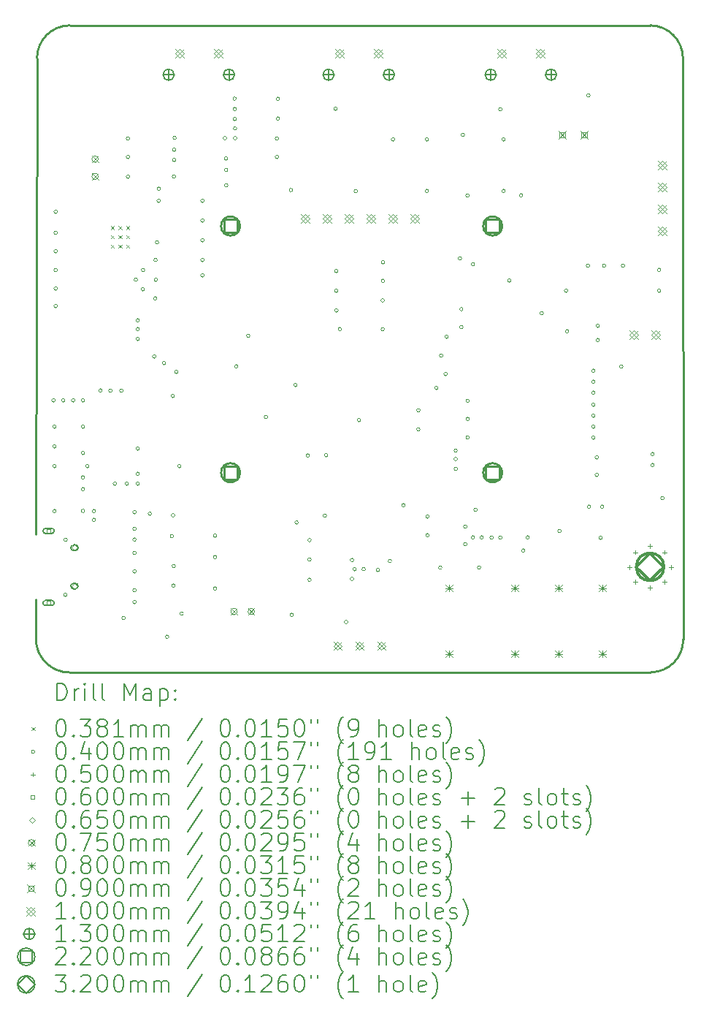
<source format=gbr>
%TF.GenerationSoftware,KiCad,Pcbnew,(6.0.7)*%
%TF.CreationDate,2022-11-10T16:48:49-05:00*%
%TF.ProjectId,_HW_HandyRadio_,5f48575f-4861-46e6-9479-526164696f5f,rev?*%
%TF.SameCoordinates,Original*%
%TF.FileFunction,Drillmap*%
%TF.FilePolarity,Positive*%
%FSLAX45Y45*%
G04 Gerber Fmt 4.5, Leading zero omitted, Abs format (unit mm)*
G04 Created by KiCad (PCBNEW (6.0.7)) date 2022-11-10 16:48:49*
%MOMM*%
%LPD*%
G01*
G04 APERTURE LIST*
%ADD10C,0.254000*%
%ADD11C,0.200000*%
%ADD12C,0.038100*%
%ADD13C,0.040000*%
%ADD14C,0.050000*%
%ADD15C,0.060000*%
%ADD16C,0.065000*%
%ADD17C,0.075000*%
%ADD18C,0.080000*%
%ADD19C,0.090000*%
%ADD20C,0.100000*%
%ADD21C,0.130000*%
%ADD22C,0.220000*%
%ADD23C,0.320000*%
G04 APERTURE END LIST*
D10*
X25783720Y-17657518D02*
X25781298Y-10923600D01*
X25410289Y-18034822D02*
X18670045Y-18038140D01*
X18672729Y-10542701D02*
G75*
G03*
X18291700Y-10922853I-769J-380259D01*
G01*
X18278885Y-17646977D02*
X18280980Y-17190030D01*
X25781295Y-10923600D02*
G75*
G03*
X25403700Y-10542600I-380965J50D01*
G01*
X18278890Y-17646977D02*
G75*
G03*
X18670045Y-18038140I390480J-683D01*
G01*
X25410289Y-18034820D02*
G75*
G03*
X25783720Y-17657518I-949J374390D01*
G01*
X18280980Y-16440030D02*
X18291700Y-10922853D01*
X18672729Y-10542708D02*
X25403700Y-10542600D01*
D11*
D12*
X19147250Y-12868150D02*
X19185350Y-12906250D01*
X19185350Y-12868150D02*
X19147250Y-12906250D01*
X19147250Y-12973050D02*
X19185350Y-13011150D01*
X19185350Y-12973050D02*
X19147250Y-13011150D01*
X19147250Y-13084050D02*
X19185350Y-13122150D01*
X19185350Y-13084050D02*
X19147250Y-13122150D01*
X19236150Y-12868150D02*
X19274250Y-12906250D01*
X19274250Y-12868150D02*
X19236150Y-12906250D01*
X19237850Y-12973050D02*
X19275950Y-13011150D01*
X19275950Y-12973050D02*
X19237850Y-13011150D01*
X19237850Y-13084050D02*
X19275950Y-13122150D01*
X19275950Y-13084050D02*
X19237850Y-13122150D01*
X19325050Y-12868150D02*
X19363150Y-12906250D01*
X19363150Y-12868150D02*
X19325050Y-12906250D01*
X19325050Y-12973050D02*
X19363150Y-13011150D01*
X19363150Y-12973050D02*
X19325050Y-13011150D01*
X19325050Y-13084050D02*
X19363150Y-13122150D01*
X19363150Y-13084050D02*
X19325050Y-13122150D01*
D13*
X18502200Y-14886000D02*
G75*
G03*
X18502200Y-14886000I-20000J0D01*
G01*
X18514900Y-15190800D02*
G75*
G03*
X18514900Y-15190800I-20000J0D01*
G01*
X18514900Y-15419400D02*
G75*
G03*
X18514900Y-15419400I-20000J0D01*
G01*
X18514900Y-15648000D02*
G75*
G03*
X18514900Y-15648000I-20000J0D01*
G01*
X18514900Y-16168700D02*
G75*
G03*
X18514900Y-16168700I-20000J0D01*
G01*
X18527600Y-12701600D02*
G75*
G03*
X18527600Y-12701600I-20000J0D01*
G01*
X18527600Y-12942900D02*
G75*
G03*
X18527600Y-12942900I-20000J0D01*
G01*
X18527600Y-13158800D02*
G75*
G03*
X18527600Y-13158800I-20000J0D01*
G01*
X18527600Y-13374700D02*
G75*
G03*
X18527600Y-13374700I-20000J0D01*
G01*
X18527600Y-13590600D02*
G75*
G03*
X18527600Y-13590600I-20000J0D01*
G01*
X18527600Y-13793800D02*
G75*
G03*
X18527600Y-13793800I-20000J0D01*
G01*
X18616500Y-14886000D02*
G75*
G03*
X18616500Y-14886000I-20000J0D01*
G01*
X18641900Y-16501440D02*
G75*
G03*
X18641900Y-16501440I-20000J0D01*
G01*
X18641900Y-17138980D02*
G75*
G03*
X18641900Y-17138980I-20000J0D01*
G01*
X18730800Y-14886000D02*
G75*
G03*
X18730800Y-14886000I-20000J0D01*
G01*
X18845100Y-14886000D02*
G75*
G03*
X18845100Y-14886000I-20000J0D01*
G01*
X18845100Y-15190800D02*
G75*
G03*
X18845100Y-15190800I-20000J0D01*
G01*
X18845100Y-15495600D02*
G75*
G03*
X18845100Y-15495600I-20000J0D01*
G01*
X18845100Y-15777540D02*
G75*
G03*
X18845100Y-15777540I-20000J0D01*
G01*
X18845100Y-15914700D02*
G75*
G03*
X18845100Y-15914700I-20000J0D01*
G01*
X18845100Y-16166160D02*
G75*
G03*
X18845100Y-16166160I-20000J0D01*
G01*
X18895900Y-15648000D02*
G75*
G03*
X18895900Y-15648000I-20000J0D01*
G01*
X18972100Y-16168700D02*
G75*
G03*
X18972100Y-16168700I-20000J0D01*
G01*
X18972100Y-16270300D02*
G75*
G03*
X18972100Y-16270300I-20000J0D01*
G01*
X19048300Y-14771700D02*
G75*
G03*
X19048300Y-14771700I-20000J0D01*
G01*
X19162600Y-14771700D02*
G75*
G03*
X19162600Y-14771700I-20000J0D01*
G01*
X19213400Y-15851200D02*
G75*
G03*
X19213400Y-15851200I-20000J0D01*
G01*
X19289600Y-14771700D02*
G75*
G03*
X19289600Y-14771700I-20000J0D01*
G01*
X19315000Y-17406890D02*
G75*
G03*
X19315000Y-17406890I-20000J0D01*
G01*
X19353100Y-15851200D02*
G75*
G03*
X19353100Y-15851200I-20000J0D01*
G01*
X19365800Y-11850700D02*
G75*
G03*
X19365800Y-11850700I-20000J0D01*
G01*
X19365800Y-12066600D02*
G75*
G03*
X19365800Y-12066600I-20000J0D01*
G01*
X19365800Y-12295200D02*
G75*
G03*
X19365800Y-12295200I-20000J0D01*
G01*
X19441450Y-16498350D02*
G75*
G03*
X19441450Y-16498350I-20000J0D01*
G01*
X19442000Y-16181400D02*
G75*
G03*
X19442000Y-16181400I-20000J0D01*
G01*
X19442000Y-16371900D02*
G75*
G03*
X19442000Y-16371900I-20000J0D01*
G01*
X19442000Y-16651300D02*
G75*
G03*
X19442000Y-16651300I-20000J0D01*
G01*
X19442000Y-16867200D02*
G75*
G03*
X19442000Y-16867200I-20000J0D01*
G01*
X19442000Y-17083100D02*
G75*
G03*
X19442000Y-17083100I-20000J0D01*
G01*
X19442000Y-17222800D02*
G75*
G03*
X19442000Y-17222800I-20000J0D01*
G01*
X19457240Y-13489000D02*
G75*
G03*
X19457240Y-13489000I-20000J0D01*
G01*
X19480100Y-13958900D02*
G75*
G03*
X19480100Y-13958900I-20000J0D01*
G01*
X19480100Y-14060500D02*
G75*
G03*
X19480100Y-14060500I-20000J0D01*
G01*
X19480100Y-14174800D02*
G75*
G03*
X19480100Y-14174800I-20000J0D01*
G01*
X19480100Y-15444800D02*
G75*
G03*
X19480100Y-15444800I-20000J0D01*
G01*
X19480100Y-15736900D02*
G75*
G03*
X19480100Y-15736900I-20000J0D01*
G01*
X19480100Y-15851200D02*
G75*
G03*
X19480100Y-15851200I-20000J0D01*
G01*
X19538520Y-13598220D02*
G75*
G03*
X19538520Y-13598220I-20000J0D01*
G01*
X19541060Y-13374700D02*
G75*
G03*
X19541060Y-13374700I-20000J0D01*
G01*
X19619800Y-16199180D02*
G75*
G03*
X19619800Y-16199180I-20000J0D01*
G01*
X19670600Y-14378000D02*
G75*
G03*
X19670600Y-14378000I-20000J0D01*
G01*
X19683300Y-13704900D02*
G75*
G03*
X19683300Y-13704900I-20000J0D01*
G01*
X19685840Y-13260400D02*
G75*
G03*
X19685840Y-13260400I-20000J0D01*
G01*
X19688380Y-13489000D02*
G75*
G03*
X19688380Y-13489000I-20000J0D01*
G01*
X19703620Y-13057200D02*
G75*
G03*
X19703620Y-13057200I-20000J0D01*
G01*
X19721400Y-12574600D02*
G75*
G03*
X19721400Y-12574600I-20000J0D01*
G01*
X19723940Y-12434900D02*
G75*
G03*
X19723940Y-12434900I-20000J0D01*
G01*
X19784900Y-14454200D02*
G75*
G03*
X19784900Y-14454200I-20000J0D01*
G01*
X19820460Y-17624120D02*
G75*
G03*
X19820460Y-17624120I-20000J0D01*
G01*
X19876340Y-16458260D02*
G75*
G03*
X19876340Y-16458260I-20000J0D01*
G01*
X19886500Y-14835200D02*
G75*
G03*
X19886500Y-14835200I-20000J0D01*
G01*
X19889040Y-16216960D02*
G75*
G03*
X19889040Y-16216960I-20000J0D01*
G01*
X19893850Y-17032300D02*
G75*
G03*
X19893850Y-17032300I-20000J0D01*
G01*
X19896660Y-16803700D02*
G75*
G03*
X19896660Y-16803700I-20000J0D01*
G01*
X19899200Y-12292660D02*
G75*
G03*
X19899200Y-12292660I-20000J0D01*
G01*
X19901740Y-11982780D02*
G75*
G03*
X19901740Y-11982780I-20000J0D01*
G01*
X19901740Y-12099620D02*
G75*
G03*
X19901740Y-12099620I-20000J0D01*
G01*
X19906820Y-11845620D02*
G75*
G03*
X19906820Y-11845620I-20000J0D01*
G01*
X19927140Y-14555800D02*
G75*
G03*
X19927140Y-14555800I-20000J0D01*
G01*
X19962700Y-15648000D02*
G75*
G03*
X19962700Y-15648000I-20000J0D01*
G01*
X19988100Y-17354880D02*
G75*
G03*
X19988100Y-17354880I-20000J0D01*
G01*
X20229400Y-12574600D02*
G75*
G03*
X20229400Y-12574600I-20000J0D01*
G01*
X20229400Y-12803200D02*
G75*
G03*
X20229400Y-12803200I-20000J0D01*
G01*
X20229400Y-13031800D02*
G75*
G03*
X20229400Y-13031800I-20000J0D01*
G01*
X20229400Y-13260400D02*
G75*
G03*
X20229400Y-13260400I-20000J0D01*
G01*
X20229400Y-13438200D02*
G75*
G03*
X20229400Y-13438200I-20000J0D01*
G01*
X20376720Y-16453180D02*
G75*
G03*
X20376720Y-16453180I-20000J0D01*
G01*
X20376720Y-16702100D02*
G75*
G03*
X20376720Y-16702100I-20000J0D01*
G01*
X20376720Y-17065320D02*
G75*
G03*
X20376720Y-17065320I-20000J0D01*
G01*
X20491020Y-11848160D02*
G75*
G03*
X20491020Y-11848160I-20000J0D01*
G01*
X20503720Y-12084380D02*
G75*
G03*
X20503720Y-12084380I-20000J0D01*
G01*
X20503720Y-12216460D02*
G75*
G03*
X20503720Y-12216460I-20000J0D01*
G01*
X20506260Y-12394260D02*
G75*
G03*
X20506260Y-12394260I-20000J0D01*
G01*
X20602780Y-11390960D02*
G75*
G03*
X20602780Y-11390960I-20000J0D01*
G01*
X20605320Y-11510340D02*
G75*
G03*
X20605320Y-11510340I-20000J0D01*
G01*
X20605320Y-11627180D02*
G75*
G03*
X20605320Y-11627180I-20000J0D01*
G01*
X20607860Y-11736400D02*
G75*
G03*
X20607860Y-11736400I-20000J0D01*
G01*
X20607860Y-11848160D02*
G75*
G03*
X20607860Y-11848160I-20000J0D01*
G01*
X20623100Y-14492300D02*
G75*
G03*
X20623100Y-14492300I-20000J0D01*
G01*
X20760260Y-14136700D02*
G75*
G03*
X20760260Y-14136700I-20000J0D01*
G01*
X20966000Y-15076500D02*
G75*
G03*
X20966000Y-15076500I-20000J0D01*
G01*
X21093000Y-11850700D02*
G75*
G03*
X21093000Y-11850700I-20000J0D01*
G01*
X21093000Y-12066600D02*
G75*
G03*
X21093000Y-12066600I-20000J0D01*
G01*
X21105700Y-11393500D02*
G75*
G03*
X21105700Y-11393500I-20000J0D01*
G01*
X21105700Y-11622100D02*
G75*
G03*
X21105700Y-11622100I-20000J0D01*
G01*
X21256000Y-12449700D02*
G75*
G03*
X21256000Y-12449700I-20000J0D01*
G01*
X21265720Y-17370120D02*
G75*
G03*
X21265720Y-17370120I-20000J0D01*
G01*
X21308900Y-14708200D02*
G75*
G03*
X21308900Y-14708200I-20000J0D01*
G01*
X21321600Y-16300780D02*
G75*
G03*
X21321600Y-16300780I-20000J0D01*
G01*
X21451140Y-15523540D02*
G75*
G03*
X21451140Y-15523540I-20000J0D01*
G01*
X21471460Y-16503980D02*
G75*
G03*
X21471460Y-16503980I-20000J0D01*
G01*
X21471460Y-16730040D02*
G75*
G03*
X21471460Y-16730040I-20000J0D01*
G01*
X21471460Y-16963720D02*
G75*
G03*
X21471460Y-16963720I-20000J0D01*
G01*
X21649260Y-16222040D02*
G75*
G03*
X21649260Y-16222040I-20000J0D01*
G01*
X21664500Y-15521000D02*
G75*
G03*
X21664500Y-15521000I-20000J0D01*
G01*
X21773720Y-11507800D02*
G75*
G03*
X21773720Y-11507800I-20000J0D01*
G01*
X21781340Y-13387400D02*
G75*
G03*
X21781340Y-13387400I-20000J0D01*
G01*
X21781340Y-13616000D02*
G75*
G03*
X21781340Y-13616000I-20000J0D01*
G01*
X21783880Y-13844600D02*
G75*
G03*
X21783880Y-13844600I-20000J0D01*
G01*
X21821980Y-14060500D02*
G75*
G03*
X21821980Y-14060500I-20000J0D01*
G01*
X21895640Y-17453940D02*
G75*
G03*
X21895640Y-17453940I-20000J0D01*
G01*
X21964220Y-16735120D02*
G75*
G03*
X21964220Y-16735120I-20000J0D01*
G01*
X21964220Y-16953560D02*
G75*
G03*
X21964220Y-16953560I-20000J0D01*
G01*
X21994700Y-16841800D02*
G75*
G03*
X21994700Y-16841800I-20000J0D01*
G01*
X22007400Y-12460300D02*
G75*
G03*
X22007400Y-12460300I-20000J0D01*
G01*
X22045500Y-15114600D02*
G75*
G03*
X22045500Y-15114600I-20000J0D01*
G01*
X22098840Y-16841800D02*
G75*
G03*
X22098840Y-16841800I-20000J0D01*
G01*
X22263940Y-16849420D02*
G75*
G03*
X22263940Y-16849420I-20000J0D01*
G01*
X22319820Y-13727760D02*
G75*
G03*
X22319820Y-13727760I-20000J0D01*
G01*
X22319820Y-14060500D02*
G75*
G03*
X22319820Y-14060500I-20000J0D01*
G01*
X22322360Y-13285800D02*
G75*
G03*
X22322360Y-13285800I-20000J0D01*
G01*
X22322360Y-13501700D02*
G75*
G03*
X22322360Y-13501700I-20000J0D01*
G01*
X22403640Y-16747820D02*
G75*
G03*
X22403640Y-16747820I-20000J0D01*
G01*
X22439200Y-11863400D02*
G75*
G03*
X22439200Y-11863400I-20000J0D01*
G01*
X22561120Y-16101450D02*
G75*
G03*
X22561120Y-16101450I-20000J0D01*
G01*
X22733840Y-15000300D02*
G75*
G03*
X22733840Y-15000300I-20000J0D01*
G01*
X22733840Y-15221280D02*
G75*
G03*
X22733840Y-15221280I-20000J0D01*
G01*
X22832900Y-11863400D02*
G75*
G03*
X22832900Y-11863400I-20000J0D01*
G01*
X22832900Y-12460300D02*
G75*
G03*
X22832900Y-12460300I-20000J0D01*
G01*
X22837980Y-16232200D02*
G75*
G03*
X22837980Y-16232200I-20000J0D01*
G01*
X22837980Y-16448100D02*
G75*
G03*
X22837980Y-16448100I-20000J0D01*
G01*
X22942120Y-14741220D02*
G75*
G03*
X22942120Y-14741220I-20000J0D01*
G01*
X22987840Y-16824020D02*
G75*
G03*
X22987840Y-16824020I-20000J0D01*
G01*
X22998000Y-14365300D02*
G75*
G03*
X22998000Y-14365300I-20000J0D01*
G01*
X23048800Y-14581200D02*
G75*
G03*
X23048800Y-14581200I-20000J0D01*
G01*
X23061500Y-14149400D02*
G75*
G03*
X23061500Y-14149400I-20000J0D01*
G01*
X23165640Y-15467660D02*
G75*
G03*
X23165640Y-15467660I-20000J0D01*
G01*
X23165640Y-15564180D02*
G75*
G03*
X23165640Y-15564180I-20000J0D01*
G01*
X23168180Y-15681020D02*
G75*
G03*
X23168180Y-15681020I-20000J0D01*
G01*
X23213900Y-13241450D02*
G75*
G03*
X23213900Y-13241450I-20000J0D01*
G01*
X23231680Y-13829360D02*
G75*
G03*
X23231680Y-13829360I-20000J0D01*
G01*
X23231680Y-14037640D02*
G75*
G03*
X23231680Y-14037640I-20000J0D01*
G01*
X23249460Y-11810060D02*
G75*
G03*
X23249460Y-11810060I-20000J0D01*
G01*
X23277400Y-16346500D02*
G75*
G03*
X23277400Y-16346500I-20000J0D01*
G01*
X23277400Y-16549700D02*
G75*
G03*
X23277400Y-16549700I-20000J0D01*
G01*
X23302800Y-12511100D02*
G75*
G03*
X23302800Y-12511100I-20000J0D01*
G01*
X23305340Y-14891080D02*
G75*
G03*
X23305340Y-14891080I-20000J0D01*
G01*
X23305340Y-15101900D02*
G75*
G03*
X23305340Y-15101900I-20000J0D01*
G01*
X23305340Y-15315260D02*
G75*
G03*
X23305340Y-15315260I-20000J0D01*
G01*
X23366300Y-13307450D02*
G75*
G03*
X23366300Y-13307450I-20000J0D01*
G01*
X23366300Y-16473500D02*
G75*
G03*
X23366300Y-16473500I-20000J0D01*
G01*
X23396780Y-16153460D02*
G75*
G03*
X23396780Y-16153460I-20000J0D01*
G01*
X23437420Y-16821480D02*
G75*
G03*
X23437420Y-16821480I-20000J0D01*
G01*
X23467900Y-16473500D02*
G75*
G03*
X23467900Y-16473500I-20000J0D01*
G01*
X23582200Y-16473500D02*
G75*
G03*
X23582200Y-16473500I-20000J0D01*
G01*
X23683800Y-11515420D02*
G75*
G03*
X23683800Y-11515420I-20000J0D01*
G01*
X23683800Y-16473500D02*
G75*
G03*
X23683800Y-16473500I-20000J0D01*
G01*
X23721900Y-11863400D02*
G75*
G03*
X23721900Y-11863400I-20000J0D01*
G01*
X23721900Y-12460300D02*
G75*
G03*
X23721900Y-12460300I-20000J0D01*
G01*
X23787940Y-13499160D02*
G75*
G03*
X23787940Y-13499160I-20000J0D01*
G01*
X23925100Y-12511100D02*
G75*
G03*
X23925100Y-12511100I-20000J0D01*
G01*
X23950500Y-16625900D02*
G75*
G03*
X23950500Y-16625900I-20000J0D01*
G01*
X24001300Y-16473500D02*
G75*
G03*
X24001300Y-16473500I-20000J0D01*
G01*
X24163860Y-13877620D02*
G75*
G03*
X24163860Y-13877620I-20000J0D01*
G01*
X24369600Y-16397300D02*
G75*
G03*
X24369600Y-16397300I-20000J0D01*
G01*
X24445800Y-13616000D02*
G75*
G03*
X24445800Y-13616000I-20000J0D01*
G01*
X24458500Y-14085900D02*
G75*
G03*
X24458500Y-14085900I-20000J0D01*
G01*
X24699800Y-13326440D02*
G75*
G03*
X24699800Y-13326440I-20000J0D01*
G01*
X24704880Y-11352860D02*
G75*
G03*
X24704880Y-11352860I-20000J0D01*
G01*
X24712500Y-16117900D02*
G75*
G03*
X24712500Y-16117900I-20000J0D01*
G01*
X24763300Y-14543100D02*
G75*
G03*
X24763300Y-14543100I-20000J0D01*
G01*
X24763300Y-14670100D02*
G75*
G03*
X24763300Y-14670100I-20000J0D01*
G01*
X24763300Y-14797100D02*
G75*
G03*
X24763300Y-14797100I-20000J0D01*
G01*
X24763300Y-14936800D02*
G75*
G03*
X24763300Y-14936800I-20000J0D01*
G01*
X24763300Y-15063800D02*
G75*
G03*
X24763300Y-15063800I-20000J0D01*
G01*
X24763300Y-15190800D02*
G75*
G03*
X24763300Y-15190800I-20000J0D01*
G01*
X24763300Y-15317800D02*
G75*
G03*
X24763300Y-15317800I-20000J0D01*
G01*
X24801400Y-15546400D02*
G75*
G03*
X24801400Y-15546400I-20000J0D01*
G01*
X24801400Y-15749600D02*
G75*
G03*
X24801400Y-15749600I-20000J0D01*
G01*
X24814100Y-14022400D02*
G75*
G03*
X24814100Y-14022400I-20000J0D01*
G01*
X24814100Y-14187500D02*
G75*
G03*
X24814100Y-14187500I-20000J0D01*
G01*
X24847120Y-16478580D02*
G75*
G03*
X24847120Y-16478580I-20000J0D01*
G01*
X24864900Y-16117900D02*
G75*
G03*
X24864900Y-16117900I-20000J0D01*
G01*
X24887760Y-13326440D02*
G75*
G03*
X24887760Y-13326440I-20000J0D01*
G01*
X25085880Y-14494840D02*
G75*
G03*
X25085880Y-14494840I-20000J0D01*
G01*
X25106200Y-13326440D02*
G75*
G03*
X25106200Y-13326440I-20000J0D01*
G01*
X25449100Y-15508300D02*
G75*
G03*
X25449100Y-15508300I-20000J0D01*
G01*
X25449100Y-15635300D02*
G75*
G03*
X25449100Y-15635300I-20000J0D01*
G01*
X25525300Y-13374700D02*
G75*
G03*
X25525300Y-13374700I-20000J0D01*
G01*
X25525300Y-13616000D02*
G75*
G03*
X25525300Y-13616000I-20000J0D01*
G01*
X25563400Y-16016300D02*
G75*
G03*
X25563400Y-16016300I-20000J0D01*
G01*
D14*
X25160000Y-16789800D02*
X25160000Y-16839800D01*
X25135000Y-16814800D02*
X25185000Y-16814800D01*
X25230294Y-16620094D02*
X25230294Y-16670094D01*
X25205294Y-16645094D02*
X25255294Y-16645094D01*
X25230294Y-16959506D02*
X25230294Y-17009506D01*
X25205294Y-16984506D02*
X25255294Y-16984506D01*
X25400000Y-16549800D02*
X25400000Y-16599800D01*
X25375000Y-16574800D02*
X25425000Y-16574800D01*
X25400000Y-17029800D02*
X25400000Y-17079800D01*
X25375000Y-17054800D02*
X25425000Y-17054800D01*
X25569706Y-16620094D02*
X25569706Y-16670094D01*
X25544706Y-16645094D02*
X25594706Y-16645094D01*
X25569706Y-16959506D02*
X25569706Y-17009506D01*
X25544706Y-16984506D02*
X25594706Y-16984506D01*
X25640000Y-16789800D02*
X25640000Y-16839800D01*
X25615000Y-16814800D02*
X25665000Y-16814800D01*
D15*
X18447193Y-16418743D02*
X18447193Y-16376317D01*
X18404767Y-16376317D01*
X18404767Y-16418743D01*
X18447193Y-16418743D01*
D11*
X18460980Y-16367530D02*
X18390980Y-16367530D01*
X18460980Y-16427530D02*
X18390980Y-16427530D01*
X18390980Y-16367530D02*
G75*
G03*
X18390980Y-16427530I0J-30000D01*
G01*
X18460980Y-16427530D02*
G75*
G03*
X18460980Y-16367530I0J30000D01*
G01*
D15*
X18447193Y-17253743D02*
X18447193Y-17211317D01*
X18404767Y-17211317D01*
X18404767Y-17253743D01*
X18447193Y-17253743D01*
D11*
X18460980Y-17202530D02*
X18390980Y-17202530D01*
X18460980Y-17262530D02*
X18390980Y-17262530D01*
X18390980Y-17202530D02*
G75*
G03*
X18390980Y-17262530I0J-30000D01*
G01*
X18460980Y-17262530D02*
G75*
G03*
X18460980Y-17202530I0J30000D01*
G01*
D16*
X18725980Y-16625030D02*
X18758480Y-16592530D01*
X18725980Y-16560030D01*
X18693480Y-16592530D01*
X18725980Y-16625030D01*
D11*
X18735980Y-16560030D02*
X18715980Y-16560030D01*
X18735980Y-16625030D02*
X18715980Y-16625030D01*
X18715980Y-16560030D02*
G75*
G03*
X18715980Y-16625030I0J-32500D01*
G01*
X18735980Y-16625030D02*
G75*
G03*
X18735980Y-16560030I0J32500D01*
G01*
D16*
X18725980Y-17070030D02*
X18758480Y-17037530D01*
X18725980Y-17005030D01*
X18693480Y-17037530D01*
X18725980Y-17070030D01*
D11*
X18735980Y-17005030D02*
X18715980Y-17005030D01*
X18735980Y-17070030D02*
X18715980Y-17070030D01*
X18715980Y-17005030D02*
G75*
G03*
X18715980Y-17070030I0J-32500D01*
G01*
X18735980Y-17070030D02*
G75*
G03*
X18735980Y-17005030I0J32500D01*
G01*
D17*
X18927300Y-12054500D02*
X19002300Y-12129500D01*
X19002300Y-12054500D02*
X18927300Y-12129500D01*
X19002300Y-12092000D02*
G75*
G03*
X19002300Y-12092000I-37500J0D01*
G01*
X18927300Y-12254500D02*
X19002300Y-12329500D01*
X19002300Y-12254500D02*
X18927300Y-12329500D01*
X19002300Y-12292000D02*
G75*
G03*
X19002300Y-12292000I-37500J0D01*
G01*
X20538100Y-17294300D02*
X20613100Y-17369300D01*
X20613100Y-17294300D02*
X20538100Y-17369300D01*
X20613100Y-17331800D02*
G75*
G03*
X20613100Y-17331800I-37500J0D01*
G01*
X20738100Y-17294300D02*
X20813100Y-17369300D01*
X20813100Y-17294300D02*
X20738100Y-17369300D01*
X20813100Y-17331800D02*
G75*
G03*
X20813100Y-17331800I-37500J0D01*
G01*
D18*
X23030450Y-17021550D02*
X23110450Y-17101550D01*
X23110450Y-17021550D02*
X23030450Y-17101550D01*
X23070450Y-17021550D02*
X23070450Y-17101550D01*
X23030450Y-17061550D02*
X23110450Y-17061550D01*
X23030450Y-17783550D02*
X23110450Y-17863550D01*
X23110450Y-17783550D02*
X23030450Y-17863550D01*
X23070450Y-17783550D02*
X23070450Y-17863550D01*
X23030450Y-17823550D02*
X23110450Y-17823550D01*
X23792450Y-17021550D02*
X23872450Y-17101550D01*
X23872450Y-17021550D02*
X23792450Y-17101550D01*
X23832450Y-17021550D02*
X23832450Y-17101550D01*
X23792450Y-17061550D02*
X23872450Y-17061550D01*
X23792450Y-17783550D02*
X23872450Y-17863550D01*
X23872450Y-17783550D02*
X23792450Y-17863550D01*
X23832450Y-17783550D02*
X23832450Y-17863550D01*
X23792450Y-17823550D02*
X23872450Y-17823550D01*
X24300450Y-17021550D02*
X24380450Y-17101550D01*
X24380450Y-17021550D02*
X24300450Y-17101550D01*
X24340450Y-17021550D02*
X24340450Y-17101550D01*
X24300450Y-17061550D02*
X24380450Y-17061550D01*
X24300450Y-17783550D02*
X24380450Y-17863550D01*
X24380450Y-17783550D02*
X24300450Y-17863550D01*
X24340450Y-17783550D02*
X24340450Y-17863550D01*
X24300450Y-17823550D02*
X24380450Y-17823550D01*
X24808450Y-17021550D02*
X24888450Y-17101550D01*
X24888450Y-17021550D02*
X24808450Y-17101550D01*
X24848450Y-17021550D02*
X24848450Y-17101550D01*
X24808450Y-17061550D02*
X24888450Y-17061550D01*
X24808450Y-17783550D02*
X24888450Y-17863550D01*
X24888450Y-17783550D02*
X24808450Y-17863550D01*
X24848450Y-17783550D02*
X24848450Y-17863550D01*
X24808450Y-17823550D02*
X24888450Y-17823550D01*
D19*
X24338500Y-11766000D02*
X24428500Y-11856000D01*
X24428500Y-11766000D02*
X24338500Y-11856000D01*
X24415320Y-11842820D02*
X24415320Y-11779180D01*
X24351680Y-11779180D01*
X24351680Y-11842820D01*
X24415320Y-11842820D01*
X24592500Y-11766000D02*
X24682500Y-11856000D01*
X24682500Y-11766000D02*
X24592500Y-11856000D01*
X24669320Y-11842820D02*
X24669320Y-11779180D01*
X24605680Y-11779180D01*
X24605680Y-11842820D01*
X24669320Y-11842820D01*
D20*
X19892600Y-10813700D02*
X19992600Y-10913700D01*
X19992600Y-10813700D02*
X19892600Y-10913700D01*
X19942600Y-10913700D02*
X19992600Y-10863700D01*
X19942600Y-10813700D01*
X19892600Y-10863700D01*
X19942600Y-10913700D01*
X20342600Y-10813700D02*
X20442600Y-10913700D01*
X20442600Y-10813700D02*
X20342600Y-10913700D01*
X20392600Y-10913700D02*
X20442600Y-10863700D01*
X20392600Y-10813700D01*
X20342600Y-10863700D01*
X20392600Y-10913700D01*
X21352610Y-12730996D02*
X21452610Y-12830996D01*
X21452610Y-12730996D02*
X21352610Y-12830996D01*
X21402610Y-12830996D02*
X21452610Y-12780996D01*
X21402610Y-12730996D01*
X21352610Y-12780996D01*
X21402610Y-12830996D01*
X21606610Y-12730996D02*
X21706610Y-12830996D01*
X21706610Y-12730996D02*
X21606610Y-12830996D01*
X21656610Y-12830996D02*
X21706610Y-12780996D01*
X21656610Y-12730996D01*
X21606610Y-12780996D01*
X21656610Y-12830996D01*
X21728345Y-17679200D02*
X21828345Y-17779200D01*
X21828345Y-17679200D02*
X21728345Y-17779200D01*
X21778345Y-17779200D02*
X21828345Y-17729200D01*
X21778345Y-17679200D01*
X21728345Y-17729200D01*
X21778345Y-17779200D01*
X21746800Y-10813700D02*
X21846800Y-10913700D01*
X21846800Y-10813700D02*
X21746800Y-10913700D01*
X21796800Y-10913700D02*
X21846800Y-10863700D01*
X21796800Y-10813700D01*
X21746800Y-10863700D01*
X21796800Y-10913700D01*
X21860610Y-12730996D02*
X21960610Y-12830996D01*
X21960610Y-12730996D02*
X21860610Y-12830996D01*
X21910610Y-12830996D02*
X21960610Y-12780996D01*
X21910610Y-12730996D01*
X21860610Y-12780996D01*
X21910610Y-12830996D01*
X21982345Y-17679200D02*
X22082345Y-17779200D01*
X22082345Y-17679200D02*
X21982345Y-17779200D01*
X22032345Y-17779200D02*
X22082345Y-17729200D01*
X22032345Y-17679200D01*
X21982345Y-17729200D01*
X22032345Y-17779200D01*
X22114610Y-12730996D02*
X22214610Y-12830996D01*
X22214610Y-12730996D02*
X22114610Y-12830996D01*
X22164610Y-12830996D02*
X22214610Y-12780996D01*
X22164610Y-12730996D01*
X22114610Y-12780996D01*
X22164610Y-12830996D01*
X22196800Y-10813700D02*
X22296800Y-10913700D01*
X22296800Y-10813700D02*
X22196800Y-10913700D01*
X22246800Y-10913700D02*
X22296800Y-10863700D01*
X22246800Y-10813700D01*
X22196800Y-10863700D01*
X22246800Y-10913700D01*
X22236345Y-17679200D02*
X22336345Y-17779200D01*
X22336345Y-17679200D02*
X22236345Y-17779200D01*
X22286345Y-17779200D02*
X22336345Y-17729200D01*
X22286345Y-17679200D01*
X22236345Y-17729200D01*
X22286345Y-17779200D01*
X22368610Y-12730996D02*
X22468610Y-12830996D01*
X22468610Y-12730996D02*
X22368610Y-12830996D01*
X22418610Y-12830996D02*
X22468610Y-12780996D01*
X22418610Y-12730996D01*
X22368610Y-12780996D01*
X22418610Y-12830996D01*
X22622610Y-12730996D02*
X22722610Y-12830996D01*
X22722610Y-12730996D02*
X22622610Y-12830996D01*
X22672610Y-12830996D02*
X22722610Y-12780996D01*
X22672610Y-12730996D01*
X22622610Y-12780996D01*
X22672610Y-12830996D01*
X23626400Y-10813700D02*
X23726400Y-10913700D01*
X23726400Y-10813700D02*
X23626400Y-10913700D01*
X23676400Y-10913700D02*
X23726400Y-10863700D01*
X23676400Y-10813700D01*
X23626400Y-10863700D01*
X23676400Y-10913700D01*
X24076400Y-10813700D02*
X24176400Y-10913700D01*
X24176400Y-10813700D02*
X24076400Y-10913700D01*
X24126400Y-10913700D02*
X24176400Y-10863700D01*
X24126400Y-10813700D01*
X24076400Y-10863700D01*
X24126400Y-10913700D01*
X25163700Y-14079080D02*
X25263700Y-14179080D01*
X25263700Y-14079080D02*
X25163700Y-14179080D01*
X25213700Y-14179080D02*
X25263700Y-14129080D01*
X25213700Y-14079080D01*
X25163700Y-14129080D01*
X25213700Y-14179080D01*
X25417700Y-14079080D02*
X25517700Y-14179080D01*
X25517700Y-14079080D02*
X25417700Y-14179080D01*
X25467700Y-14179080D02*
X25517700Y-14129080D01*
X25467700Y-14079080D01*
X25417700Y-14129080D01*
X25467700Y-14179080D01*
X25493400Y-12112120D02*
X25593400Y-12212120D01*
X25593400Y-12112120D02*
X25493400Y-12212120D01*
X25543400Y-12212120D02*
X25593400Y-12162120D01*
X25543400Y-12112120D01*
X25493400Y-12162120D01*
X25543400Y-12212120D01*
X25493400Y-12366120D02*
X25593400Y-12466120D01*
X25593400Y-12366120D02*
X25493400Y-12466120D01*
X25543400Y-12466120D02*
X25593400Y-12416120D01*
X25543400Y-12366120D01*
X25493400Y-12416120D01*
X25543400Y-12466120D01*
X25493400Y-12620120D02*
X25593400Y-12720120D01*
X25593400Y-12620120D02*
X25493400Y-12720120D01*
X25543400Y-12720120D02*
X25593400Y-12670120D01*
X25543400Y-12620120D01*
X25493400Y-12670120D01*
X25543400Y-12720120D01*
X25493400Y-12874120D02*
X25593400Y-12974120D01*
X25593400Y-12874120D02*
X25493400Y-12974120D01*
X25543400Y-12974120D02*
X25593400Y-12924120D01*
X25543400Y-12874120D01*
X25493400Y-12924120D01*
X25543400Y-12974120D01*
D21*
X19817600Y-11048700D02*
X19817600Y-11178700D01*
X19752600Y-11113700D02*
X19882600Y-11113700D01*
X19882600Y-11113700D02*
G75*
G03*
X19882600Y-11113700I-65000J0D01*
G01*
X20517600Y-11048700D02*
X20517600Y-11178700D01*
X20452600Y-11113700D02*
X20582600Y-11113700D01*
X20582600Y-11113700D02*
G75*
G03*
X20582600Y-11113700I-65000J0D01*
G01*
X21671800Y-11048700D02*
X21671800Y-11178700D01*
X21606800Y-11113700D02*
X21736800Y-11113700D01*
X21736800Y-11113700D02*
G75*
G03*
X21736800Y-11113700I-65000J0D01*
G01*
X22371800Y-11048700D02*
X22371800Y-11178700D01*
X22306800Y-11113700D02*
X22436800Y-11113700D01*
X22436800Y-11113700D02*
G75*
G03*
X22436800Y-11113700I-65000J0D01*
G01*
X23551400Y-11048700D02*
X23551400Y-11178700D01*
X23486400Y-11113700D02*
X23616400Y-11113700D01*
X23616400Y-11113700D02*
G75*
G03*
X23616400Y-11113700I-65000J0D01*
G01*
X24251400Y-11048700D02*
X24251400Y-11178700D01*
X24186400Y-11113700D02*
X24316400Y-11113700D01*
X24316400Y-11113700D02*
G75*
G03*
X24316400Y-11113700I-65000J0D01*
G01*
D22*
X20613683Y-12944482D02*
X20613683Y-12788917D01*
X20458118Y-12788917D01*
X20458118Y-12944482D01*
X20613683Y-12944482D01*
X20645900Y-12866700D02*
G75*
G03*
X20645900Y-12866700I-110000J0D01*
G01*
X20613683Y-15801982D02*
X20613683Y-15646417D01*
X20458118Y-15646417D01*
X20458118Y-15801982D01*
X20613683Y-15801982D01*
X20645900Y-15724200D02*
G75*
G03*
X20645900Y-15724200I-110000J0D01*
G01*
X23652682Y-12944482D02*
X23652682Y-12788917D01*
X23497117Y-12788917D01*
X23497117Y-12944482D01*
X23652682Y-12944482D01*
X23684900Y-12866700D02*
G75*
G03*
X23684900Y-12866700I-110000J0D01*
G01*
X23652682Y-15801982D02*
X23652682Y-15646417D01*
X23497117Y-15646417D01*
X23497117Y-15801982D01*
X23652682Y-15801982D01*
X23684900Y-15724200D02*
G75*
G03*
X23684900Y-15724200I-110000J0D01*
G01*
D23*
X25400000Y-16974800D02*
X25560000Y-16814800D01*
X25400000Y-16654800D01*
X25240000Y-16814800D01*
X25400000Y-16974800D01*
X25560000Y-16814800D02*
G75*
G03*
X25560000Y-16814800I-160000J0D01*
G01*
D11*
X18523804Y-18361317D02*
X18523804Y-18161317D01*
X18571423Y-18161317D01*
X18599995Y-18170841D01*
X18619042Y-18189888D01*
X18628566Y-18208936D01*
X18638090Y-18247031D01*
X18638090Y-18275603D01*
X18628566Y-18313698D01*
X18619042Y-18332745D01*
X18599995Y-18351793D01*
X18571423Y-18361317D01*
X18523804Y-18361317D01*
X18723804Y-18361317D02*
X18723804Y-18227983D01*
X18723804Y-18266079D02*
X18733328Y-18247031D01*
X18742852Y-18237507D01*
X18761899Y-18227983D01*
X18780947Y-18227983D01*
X18847614Y-18361317D02*
X18847614Y-18227983D01*
X18847614Y-18161317D02*
X18838090Y-18170841D01*
X18847614Y-18180364D01*
X18857138Y-18170841D01*
X18847614Y-18161317D01*
X18847614Y-18180364D01*
X18971423Y-18361317D02*
X18952376Y-18351793D01*
X18942852Y-18332745D01*
X18942852Y-18161317D01*
X19076185Y-18361317D02*
X19057138Y-18351793D01*
X19047614Y-18332745D01*
X19047614Y-18161317D01*
X19304757Y-18361317D02*
X19304757Y-18161317D01*
X19371423Y-18304174D01*
X19438090Y-18161317D01*
X19438090Y-18361317D01*
X19619042Y-18361317D02*
X19619042Y-18256555D01*
X19609519Y-18237507D01*
X19590471Y-18227983D01*
X19552376Y-18227983D01*
X19533328Y-18237507D01*
X19619042Y-18351793D02*
X19599995Y-18361317D01*
X19552376Y-18361317D01*
X19533328Y-18351793D01*
X19523804Y-18332745D01*
X19523804Y-18313698D01*
X19533328Y-18294650D01*
X19552376Y-18285126D01*
X19599995Y-18285126D01*
X19619042Y-18275603D01*
X19714280Y-18227983D02*
X19714280Y-18427983D01*
X19714280Y-18237507D02*
X19733328Y-18227983D01*
X19771423Y-18227983D01*
X19790471Y-18237507D01*
X19799995Y-18247031D01*
X19809519Y-18266079D01*
X19809519Y-18323222D01*
X19799995Y-18342269D01*
X19790471Y-18351793D01*
X19771423Y-18361317D01*
X19733328Y-18361317D01*
X19714280Y-18351793D01*
X19895233Y-18342269D02*
X19904757Y-18351793D01*
X19895233Y-18361317D01*
X19885709Y-18351793D01*
X19895233Y-18342269D01*
X19895233Y-18361317D01*
X19895233Y-18237507D02*
X19904757Y-18247031D01*
X19895233Y-18256555D01*
X19885709Y-18247031D01*
X19895233Y-18237507D01*
X19895233Y-18256555D01*
D12*
X18228085Y-18671791D02*
X18266185Y-18709891D01*
X18266185Y-18671791D02*
X18228085Y-18709891D01*
D11*
X18561899Y-18581317D02*
X18580947Y-18581317D01*
X18599995Y-18590841D01*
X18609519Y-18600364D01*
X18619042Y-18619412D01*
X18628566Y-18657507D01*
X18628566Y-18705126D01*
X18619042Y-18743222D01*
X18609519Y-18762269D01*
X18599995Y-18771793D01*
X18580947Y-18781317D01*
X18561899Y-18781317D01*
X18542852Y-18771793D01*
X18533328Y-18762269D01*
X18523804Y-18743222D01*
X18514280Y-18705126D01*
X18514280Y-18657507D01*
X18523804Y-18619412D01*
X18533328Y-18600364D01*
X18542852Y-18590841D01*
X18561899Y-18581317D01*
X18714280Y-18762269D02*
X18723804Y-18771793D01*
X18714280Y-18781317D01*
X18704757Y-18771793D01*
X18714280Y-18762269D01*
X18714280Y-18781317D01*
X18790471Y-18581317D02*
X18914280Y-18581317D01*
X18847614Y-18657507D01*
X18876185Y-18657507D01*
X18895233Y-18667031D01*
X18904757Y-18676555D01*
X18914280Y-18695603D01*
X18914280Y-18743222D01*
X18904757Y-18762269D01*
X18895233Y-18771793D01*
X18876185Y-18781317D01*
X18819042Y-18781317D01*
X18799995Y-18771793D01*
X18790471Y-18762269D01*
X19028566Y-18667031D02*
X19009519Y-18657507D01*
X18999995Y-18647983D01*
X18990471Y-18628936D01*
X18990471Y-18619412D01*
X18999995Y-18600364D01*
X19009519Y-18590841D01*
X19028566Y-18581317D01*
X19066661Y-18581317D01*
X19085709Y-18590841D01*
X19095233Y-18600364D01*
X19104757Y-18619412D01*
X19104757Y-18628936D01*
X19095233Y-18647983D01*
X19085709Y-18657507D01*
X19066661Y-18667031D01*
X19028566Y-18667031D01*
X19009519Y-18676555D01*
X18999995Y-18686079D01*
X18990471Y-18705126D01*
X18990471Y-18743222D01*
X18999995Y-18762269D01*
X19009519Y-18771793D01*
X19028566Y-18781317D01*
X19066661Y-18781317D01*
X19085709Y-18771793D01*
X19095233Y-18762269D01*
X19104757Y-18743222D01*
X19104757Y-18705126D01*
X19095233Y-18686079D01*
X19085709Y-18676555D01*
X19066661Y-18667031D01*
X19295233Y-18781317D02*
X19180947Y-18781317D01*
X19238090Y-18781317D02*
X19238090Y-18581317D01*
X19219042Y-18609888D01*
X19199995Y-18628936D01*
X19180947Y-18638460D01*
X19380947Y-18781317D02*
X19380947Y-18647983D01*
X19380947Y-18667031D02*
X19390471Y-18657507D01*
X19409519Y-18647983D01*
X19438090Y-18647983D01*
X19457138Y-18657507D01*
X19466661Y-18676555D01*
X19466661Y-18781317D01*
X19466661Y-18676555D02*
X19476185Y-18657507D01*
X19495233Y-18647983D01*
X19523804Y-18647983D01*
X19542852Y-18657507D01*
X19552376Y-18676555D01*
X19552376Y-18781317D01*
X19647614Y-18781317D02*
X19647614Y-18647983D01*
X19647614Y-18667031D02*
X19657138Y-18657507D01*
X19676185Y-18647983D01*
X19704757Y-18647983D01*
X19723804Y-18657507D01*
X19733328Y-18676555D01*
X19733328Y-18781317D01*
X19733328Y-18676555D02*
X19742852Y-18657507D01*
X19761899Y-18647983D01*
X19790471Y-18647983D01*
X19809519Y-18657507D01*
X19819042Y-18676555D01*
X19819042Y-18781317D01*
X20209519Y-18571793D02*
X20038090Y-18828936D01*
X20466661Y-18581317D02*
X20485709Y-18581317D01*
X20504757Y-18590841D01*
X20514280Y-18600364D01*
X20523804Y-18619412D01*
X20533328Y-18657507D01*
X20533328Y-18705126D01*
X20523804Y-18743222D01*
X20514280Y-18762269D01*
X20504757Y-18771793D01*
X20485709Y-18781317D01*
X20466661Y-18781317D01*
X20447614Y-18771793D01*
X20438090Y-18762269D01*
X20428566Y-18743222D01*
X20419042Y-18705126D01*
X20419042Y-18657507D01*
X20428566Y-18619412D01*
X20438090Y-18600364D01*
X20447614Y-18590841D01*
X20466661Y-18581317D01*
X20619042Y-18762269D02*
X20628566Y-18771793D01*
X20619042Y-18781317D01*
X20609519Y-18771793D01*
X20619042Y-18762269D01*
X20619042Y-18781317D01*
X20752376Y-18581317D02*
X20771423Y-18581317D01*
X20790471Y-18590841D01*
X20799995Y-18600364D01*
X20809519Y-18619412D01*
X20819042Y-18657507D01*
X20819042Y-18705126D01*
X20809519Y-18743222D01*
X20799995Y-18762269D01*
X20790471Y-18771793D01*
X20771423Y-18781317D01*
X20752376Y-18781317D01*
X20733328Y-18771793D01*
X20723804Y-18762269D01*
X20714280Y-18743222D01*
X20704757Y-18705126D01*
X20704757Y-18657507D01*
X20714280Y-18619412D01*
X20723804Y-18600364D01*
X20733328Y-18590841D01*
X20752376Y-18581317D01*
X21009519Y-18781317D02*
X20895233Y-18781317D01*
X20952376Y-18781317D02*
X20952376Y-18581317D01*
X20933328Y-18609888D01*
X20914280Y-18628936D01*
X20895233Y-18638460D01*
X21190471Y-18581317D02*
X21095233Y-18581317D01*
X21085709Y-18676555D01*
X21095233Y-18667031D01*
X21114280Y-18657507D01*
X21161899Y-18657507D01*
X21180947Y-18667031D01*
X21190471Y-18676555D01*
X21199995Y-18695603D01*
X21199995Y-18743222D01*
X21190471Y-18762269D01*
X21180947Y-18771793D01*
X21161899Y-18781317D01*
X21114280Y-18781317D01*
X21095233Y-18771793D01*
X21085709Y-18762269D01*
X21323804Y-18581317D02*
X21342852Y-18581317D01*
X21361899Y-18590841D01*
X21371423Y-18600364D01*
X21380947Y-18619412D01*
X21390471Y-18657507D01*
X21390471Y-18705126D01*
X21380947Y-18743222D01*
X21371423Y-18762269D01*
X21361899Y-18771793D01*
X21342852Y-18781317D01*
X21323804Y-18781317D01*
X21304757Y-18771793D01*
X21295233Y-18762269D01*
X21285709Y-18743222D01*
X21276185Y-18705126D01*
X21276185Y-18657507D01*
X21285709Y-18619412D01*
X21295233Y-18600364D01*
X21304757Y-18590841D01*
X21323804Y-18581317D01*
X21466661Y-18581317D02*
X21466661Y-18619412D01*
X21542852Y-18581317D02*
X21542852Y-18619412D01*
X21838090Y-18857507D02*
X21828566Y-18847983D01*
X21809519Y-18819412D01*
X21799995Y-18800364D01*
X21790471Y-18771793D01*
X21780947Y-18724174D01*
X21780947Y-18686079D01*
X21790471Y-18638460D01*
X21799995Y-18609888D01*
X21809519Y-18590841D01*
X21828566Y-18562269D01*
X21838090Y-18552745D01*
X21923804Y-18781317D02*
X21961899Y-18781317D01*
X21980947Y-18771793D01*
X21990471Y-18762269D01*
X22009519Y-18733698D01*
X22019042Y-18695603D01*
X22019042Y-18619412D01*
X22009519Y-18600364D01*
X21999995Y-18590841D01*
X21980947Y-18581317D01*
X21942852Y-18581317D01*
X21923804Y-18590841D01*
X21914280Y-18600364D01*
X21904757Y-18619412D01*
X21904757Y-18667031D01*
X21914280Y-18686079D01*
X21923804Y-18695603D01*
X21942852Y-18705126D01*
X21980947Y-18705126D01*
X21999995Y-18695603D01*
X22009519Y-18686079D01*
X22019042Y-18667031D01*
X22257138Y-18781317D02*
X22257138Y-18581317D01*
X22342852Y-18781317D02*
X22342852Y-18676555D01*
X22333328Y-18657507D01*
X22314280Y-18647983D01*
X22285709Y-18647983D01*
X22266661Y-18657507D01*
X22257138Y-18667031D01*
X22466661Y-18781317D02*
X22447614Y-18771793D01*
X22438090Y-18762269D01*
X22428566Y-18743222D01*
X22428566Y-18686079D01*
X22438090Y-18667031D01*
X22447614Y-18657507D01*
X22466661Y-18647983D01*
X22495233Y-18647983D01*
X22514280Y-18657507D01*
X22523804Y-18667031D01*
X22533328Y-18686079D01*
X22533328Y-18743222D01*
X22523804Y-18762269D01*
X22514280Y-18771793D01*
X22495233Y-18781317D01*
X22466661Y-18781317D01*
X22647614Y-18781317D02*
X22628566Y-18771793D01*
X22619042Y-18752745D01*
X22619042Y-18581317D01*
X22799995Y-18771793D02*
X22780947Y-18781317D01*
X22742852Y-18781317D01*
X22723804Y-18771793D01*
X22714280Y-18752745D01*
X22714280Y-18676555D01*
X22723804Y-18657507D01*
X22742852Y-18647983D01*
X22780947Y-18647983D01*
X22799995Y-18657507D01*
X22809518Y-18676555D01*
X22809518Y-18695603D01*
X22714280Y-18714650D01*
X22885709Y-18771793D02*
X22904757Y-18781317D01*
X22942852Y-18781317D01*
X22961899Y-18771793D01*
X22971423Y-18752745D01*
X22971423Y-18743222D01*
X22961899Y-18724174D01*
X22942852Y-18714650D01*
X22914280Y-18714650D01*
X22895233Y-18705126D01*
X22885709Y-18686079D01*
X22885709Y-18676555D01*
X22895233Y-18657507D01*
X22914280Y-18647983D01*
X22942852Y-18647983D01*
X22961899Y-18657507D01*
X23038090Y-18857507D02*
X23047614Y-18847983D01*
X23066661Y-18819412D01*
X23076185Y-18800364D01*
X23085709Y-18771793D01*
X23095233Y-18724174D01*
X23095233Y-18686079D01*
X23085709Y-18638460D01*
X23076185Y-18609888D01*
X23066661Y-18590841D01*
X23047614Y-18562269D01*
X23038090Y-18552745D01*
D13*
X18266185Y-18954841D02*
G75*
G03*
X18266185Y-18954841I-20000J0D01*
G01*
D11*
X18561899Y-18845317D02*
X18580947Y-18845317D01*
X18599995Y-18854841D01*
X18609519Y-18864364D01*
X18619042Y-18883412D01*
X18628566Y-18921507D01*
X18628566Y-18969126D01*
X18619042Y-19007222D01*
X18609519Y-19026269D01*
X18599995Y-19035793D01*
X18580947Y-19045317D01*
X18561899Y-19045317D01*
X18542852Y-19035793D01*
X18533328Y-19026269D01*
X18523804Y-19007222D01*
X18514280Y-18969126D01*
X18514280Y-18921507D01*
X18523804Y-18883412D01*
X18533328Y-18864364D01*
X18542852Y-18854841D01*
X18561899Y-18845317D01*
X18714280Y-19026269D02*
X18723804Y-19035793D01*
X18714280Y-19045317D01*
X18704757Y-19035793D01*
X18714280Y-19026269D01*
X18714280Y-19045317D01*
X18895233Y-18911983D02*
X18895233Y-19045317D01*
X18847614Y-18835793D02*
X18799995Y-18978650D01*
X18923804Y-18978650D01*
X19038090Y-18845317D02*
X19057138Y-18845317D01*
X19076185Y-18854841D01*
X19085709Y-18864364D01*
X19095233Y-18883412D01*
X19104757Y-18921507D01*
X19104757Y-18969126D01*
X19095233Y-19007222D01*
X19085709Y-19026269D01*
X19076185Y-19035793D01*
X19057138Y-19045317D01*
X19038090Y-19045317D01*
X19019042Y-19035793D01*
X19009519Y-19026269D01*
X18999995Y-19007222D01*
X18990471Y-18969126D01*
X18990471Y-18921507D01*
X18999995Y-18883412D01*
X19009519Y-18864364D01*
X19019042Y-18854841D01*
X19038090Y-18845317D01*
X19228566Y-18845317D02*
X19247614Y-18845317D01*
X19266661Y-18854841D01*
X19276185Y-18864364D01*
X19285709Y-18883412D01*
X19295233Y-18921507D01*
X19295233Y-18969126D01*
X19285709Y-19007222D01*
X19276185Y-19026269D01*
X19266661Y-19035793D01*
X19247614Y-19045317D01*
X19228566Y-19045317D01*
X19209519Y-19035793D01*
X19199995Y-19026269D01*
X19190471Y-19007222D01*
X19180947Y-18969126D01*
X19180947Y-18921507D01*
X19190471Y-18883412D01*
X19199995Y-18864364D01*
X19209519Y-18854841D01*
X19228566Y-18845317D01*
X19380947Y-19045317D02*
X19380947Y-18911983D01*
X19380947Y-18931031D02*
X19390471Y-18921507D01*
X19409519Y-18911983D01*
X19438090Y-18911983D01*
X19457138Y-18921507D01*
X19466661Y-18940555D01*
X19466661Y-19045317D01*
X19466661Y-18940555D02*
X19476185Y-18921507D01*
X19495233Y-18911983D01*
X19523804Y-18911983D01*
X19542852Y-18921507D01*
X19552376Y-18940555D01*
X19552376Y-19045317D01*
X19647614Y-19045317D02*
X19647614Y-18911983D01*
X19647614Y-18931031D02*
X19657138Y-18921507D01*
X19676185Y-18911983D01*
X19704757Y-18911983D01*
X19723804Y-18921507D01*
X19733328Y-18940555D01*
X19733328Y-19045317D01*
X19733328Y-18940555D02*
X19742852Y-18921507D01*
X19761899Y-18911983D01*
X19790471Y-18911983D01*
X19809519Y-18921507D01*
X19819042Y-18940555D01*
X19819042Y-19045317D01*
X20209519Y-18835793D02*
X20038090Y-19092936D01*
X20466661Y-18845317D02*
X20485709Y-18845317D01*
X20504757Y-18854841D01*
X20514280Y-18864364D01*
X20523804Y-18883412D01*
X20533328Y-18921507D01*
X20533328Y-18969126D01*
X20523804Y-19007222D01*
X20514280Y-19026269D01*
X20504757Y-19035793D01*
X20485709Y-19045317D01*
X20466661Y-19045317D01*
X20447614Y-19035793D01*
X20438090Y-19026269D01*
X20428566Y-19007222D01*
X20419042Y-18969126D01*
X20419042Y-18921507D01*
X20428566Y-18883412D01*
X20438090Y-18864364D01*
X20447614Y-18854841D01*
X20466661Y-18845317D01*
X20619042Y-19026269D02*
X20628566Y-19035793D01*
X20619042Y-19045317D01*
X20609519Y-19035793D01*
X20619042Y-19026269D01*
X20619042Y-19045317D01*
X20752376Y-18845317D02*
X20771423Y-18845317D01*
X20790471Y-18854841D01*
X20799995Y-18864364D01*
X20809519Y-18883412D01*
X20819042Y-18921507D01*
X20819042Y-18969126D01*
X20809519Y-19007222D01*
X20799995Y-19026269D01*
X20790471Y-19035793D01*
X20771423Y-19045317D01*
X20752376Y-19045317D01*
X20733328Y-19035793D01*
X20723804Y-19026269D01*
X20714280Y-19007222D01*
X20704757Y-18969126D01*
X20704757Y-18921507D01*
X20714280Y-18883412D01*
X20723804Y-18864364D01*
X20733328Y-18854841D01*
X20752376Y-18845317D01*
X21009519Y-19045317D02*
X20895233Y-19045317D01*
X20952376Y-19045317D02*
X20952376Y-18845317D01*
X20933328Y-18873888D01*
X20914280Y-18892936D01*
X20895233Y-18902460D01*
X21190471Y-18845317D02*
X21095233Y-18845317D01*
X21085709Y-18940555D01*
X21095233Y-18931031D01*
X21114280Y-18921507D01*
X21161899Y-18921507D01*
X21180947Y-18931031D01*
X21190471Y-18940555D01*
X21199995Y-18959603D01*
X21199995Y-19007222D01*
X21190471Y-19026269D01*
X21180947Y-19035793D01*
X21161899Y-19045317D01*
X21114280Y-19045317D01*
X21095233Y-19035793D01*
X21085709Y-19026269D01*
X21266661Y-18845317D02*
X21399995Y-18845317D01*
X21314280Y-19045317D01*
X21466661Y-18845317D02*
X21466661Y-18883412D01*
X21542852Y-18845317D02*
X21542852Y-18883412D01*
X21838090Y-19121507D02*
X21828566Y-19111983D01*
X21809519Y-19083412D01*
X21799995Y-19064364D01*
X21790471Y-19035793D01*
X21780947Y-18988174D01*
X21780947Y-18950079D01*
X21790471Y-18902460D01*
X21799995Y-18873888D01*
X21809519Y-18854841D01*
X21828566Y-18826269D01*
X21838090Y-18816745D01*
X22019042Y-19045317D02*
X21904757Y-19045317D01*
X21961899Y-19045317D02*
X21961899Y-18845317D01*
X21942852Y-18873888D01*
X21923804Y-18892936D01*
X21904757Y-18902460D01*
X22114280Y-19045317D02*
X22152376Y-19045317D01*
X22171423Y-19035793D01*
X22180947Y-19026269D01*
X22199995Y-18997698D01*
X22209519Y-18959603D01*
X22209519Y-18883412D01*
X22199995Y-18864364D01*
X22190471Y-18854841D01*
X22171423Y-18845317D01*
X22133328Y-18845317D01*
X22114280Y-18854841D01*
X22104757Y-18864364D01*
X22095233Y-18883412D01*
X22095233Y-18931031D01*
X22104757Y-18950079D01*
X22114280Y-18959603D01*
X22133328Y-18969126D01*
X22171423Y-18969126D01*
X22190471Y-18959603D01*
X22199995Y-18950079D01*
X22209519Y-18931031D01*
X22399995Y-19045317D02*
X22285709Y-19045317D01*
X22342852Y-19045317D02*
X22342852Y-18845317D01*
X22323804Y-18873888D01*
X22304757Y-18892936D01*
X22285709Y-18902460D01*
X22638090Y-19045317D02*
X22638090Y-18845317D01*
X22723804Y-19045317D02*
X22723804Y-18940555D01*
X22714280Y-18921507D01*
X22695233Y-18911983D01*
X22666661Y-18911983D01*
X22647614Y-18921507D01*
X22638090Y-18931031D01*
X22847614Y-19045317D02*
X22828566Y-19035793D01*
X22819042Y-19026269D01*
X22809518Y-19007222D01*
X22809518Y-18950079D01*
X22819042Y-18931031D01*
X22828566Y-18921507D01*
X22847614Y-18911983D01*
X22876185Y-18911983D01*
X22895233Y-18921507D01*
X22904757Y-18931031D01*
X22914280Y-18950079D01*
X22914280Y-19007222D01*
X22904757Y-19026269D01*
X22895233Y-19035793D01*
X22876185Y-19045317D01*
X22847614Y-19045317D01*
X23028566Y-19045317D02*
X23009518Y-19035793D01*
X22999995Y-19016745D01*
X22999995Y-18845317D01*
X23180947Y-19035793D02*
X23161899Y-19045317D01*
X23123804Y-19045317D01*
X23104757Y-19035793D01*
X23095233Y-19016745D01*
X23095233Y-18940555D01*
X23104757Y-18921507D01*
X23123804Y-18911983D01*
X23161899Y-18911983D01*
X23180947Y-18921507D01*
X23190471Y-18940555D01*
X23190471Y-18959603D01*
X23095233Y-18978650D01*
X23266661Y-19035793D02*
X23285709Y-19045317D01*
X23323804Y-19045317D01*
X23342852Y-19035793D01*
X23352376Y-19016745D01*
X23352376Y-19007222D01*
X23342852Y-18988174D01*
X23323804Y-18978650D01*
X23295233Y-18978650D01*
X23276185Y-18969126D01*
X23266661Y-18950079D01*
X23266661Y-18940555D01*
X23276185Y-18921507D01*
X23295233Y-18911983D01*
X23323804Y-18911983D01*
X23342852Y-18921507D01*
X23419042Y-19121507D02*
X23428566Y-19111983D01*
X23447614Y-19083412D01*
X23457137Y-19064364D01*
X23466661Y-19035793D01*
X23476185Y-18988174D01*
X23476185Y-18950079D01*
X23466661Y-18902460D01*
X23457137Y-18873888D01*
X23447614Y-18854841D01*
X23428566Y-18826269D01*
X23419042Y-18816745D01*
D14*
X18241185Y-19193841D02*
X18241185Y-19243841D01*
X18216185Y-19218841D02*
X18266185Y-19218841D01*
D11*
X18561899Y-19109317D02*
X18580947Y-19109317D01*
X18599995Y-19118841D01*
X18609519Y-19128364D01*
X18619042Y-19147412D01*
X18628566Y-19185507D01*
X18628566Y-19233126D01*
X18619042Y-19271222D01*
X18609519Y-19290269D01*
X18599995Y-19299793D01*
X18580947Y-19309317D01*
X18561899Y-19309317D01*
X18542852Y-19299793D01*
X18533328Y-19290269D01*
X18523804Y-19271222D01*
X18514280Y-19233126D01*
X18514280Y-19185507D01*
X18523804Y-19147412D01*
X18533328Y-19128364D01*
X18542852Y-19118841D01*
X18561899Y-19109317D01*
X18714280Y-19290269D02*
X18723804Y-19299793D01*
X18714280Y-19309317D01*
X18704757Y-19299793D01*
X18714280Y-19290269D01*
X18714280Y-19309317D01*
X18904757Y-19109317D02*
X18809519Y-19109317D01*
X18799995Y-19204555D01*
X18809519Y-19195031D01*
X18828566Y-19185507D01*
X18876185Y-19185507D01*
X18895233Y-19195031D01*
X18904757Y-19204555D01*
X18914280Y-19223603D01*
X18914280Y-19271222D01*
X18904757Y-19290269D01*
X18895233Y-19299793D01*
X18876185Y-19309317D01*
X18828566Y-19309317D01*
X18809519Y-19299793D01*
X18799995Y-19290269D01*
X19038090Y-19109317D02*
X19057138Y-19109317D01*
X19076185Y-19118841D01*
X19085709Y-19128364D01*
X19095233Y-19147412D01*
X19104757Y-19185507D01*
X19104757Y-19233126D01*
X19095233Y-19271222D01*
X19085709Y-19290269D01*
X19076185Y-19299793D01*
X19057138Y-19309317D01*
X19038090Y-19309317D01*
X19019042Y-19299793D01*
X19009519Y-19290269D01*
X18999995Y-19271222D01*
X18990471Y-19233126D01*
X18990471Y-19185507D01*
X18999995Y-19147412D01*
X19009519Y-19128364D01*
X19019042Y-19118841D01*
X19038090Y-19109317D01*
X19228566Y-19109317D02*
X19247614Y-19109317D01*
X19266661Y-19118841D01*
X19276185Y-19128364D01*
X19285709Y-19147412D01*
X19295233Y-19185507D01*
X19295233Y-19233126D01*
X19285709Y-19271222D01*
X19276185Y-19290269D01*
X19266661Y-19299793D01*
X19247614Y-19309317D01*
X19228566Y-19309317D01*
X19209519Y-19299793D01*
X19199995Y-19290269D01*
X19190471Y-19271222D01*
X19180947Y-19233126D01*
X19180947Y-19185507D01*
X19190471Y-19147412D01*
X19199995Y-19128364D01*
X19209519Y-19118841D01*
X19228566Y-19109317D01*
X19380947Y-19309317D02*
X19380947Y-19175983D01*
X19380947Y-19195031D02*
X19390471Y-19185507D01*
X19409519Y-19175983D01*
X19438090Y-19175983D01*
X19457138Y-19185507D01*
X19466661Y-19204555D01*
X19466661Y-19309317D01*
X19466661Y-19204555D02*
X19476185Y-19185507D01*
X19495233Y-19175983D01*
X19523804Y-19175983D01*
X19542852Y-19185507D01*
X19552376Y-19204555D01*
X19552376Y-19309317D01*
X19647614Y-19309317D02*
X19647614Y-19175983D01*
X19647614Y-19195031D02*
X19657138Y-19185507D01*
X19676185Y-19175983D01*
X19704757Y-19175983D01*
X19723804Y-19185507D01*
X19733328Y-19204555D01*
X19733328Y-19309317D01*
X19733328Y-19204555D02*
X19742852Y-19185507D01*
X19761899Y-19175983D01*
X19790471Y-19175983D01*
X19809519Y-19185507D01*
X19819042Y-19204555D01*
X19819042Y-19309317D01*
X20209519Y-19099793D02*
X20038090Y-19356936D01*
X20466661Y-19109317D02*
X20485709Y-19109317D01*
X20504757Y-19118841D01*
X20514280Y-19128364D01*
X20523804Y-19147412D01*
X20533328Y-19185507D01*
X20533328Y-19233126D01*
X20523804Y-19271222D01*
X20514280Y-19290269D01*
X20504757Y-19299793D01*
X20485709Y-19309317D01*
X20466661Y-19309317D01*
X20447614Y-19299793D01*
X20438090Y-19290269D01*
X20428566Y-19271222D01*
X20419042Y-19233126D01*
X20419042Y-19185507D01*
X20428566Y-19147412D01*
X20438090Y-19128364D01*
X20447614Y-19118841D01*
X20466661Y-19109317D01*
X20619042Y-19290269D02*
X20628566Y-19299793D01*
X20619042Y-19309317D01*
X20609519Y-19299793D01*
X20619042Y-19290269D01*
X20619042Y-19309317D01*
X20752376Y-19109317D02*
X20771423Y-19109317D01*
X20790471Y-19118841D01*
X20799995Y-19128364D01*
X20809519Y-19147412D01*
X20819042Y-19185507D01*
X20819042Y-19233126D01*
X20809519Y-19271222D01*
X20799995Y-19290269D01*
X20790471Y-19299793D01*
X20771423Y-19309317D01*
X20752376Y-19309317D01*
X20733328Y-19299793D01*
X20723804Y-19290269D01*
X20714280Y-19271222D01*
X20704757Y-19233126D01*
X20704757Y-19185507D01*
X20714280Y-19147412D01*
X20723804Y-19128364D01*
X20733328Y-19118841D01*
X20752376Y-19109317D01*
X21009519Y-19309317D02*
X20895233Y-19309317D01*
X20952376Y-19309317D02*
X20952376Y-19109317D01*
X20933328Y-19137888D01*
X20914280Y-19156936D01*
X20895233Y-19166460D01*
X21104757Y-19309317D02*
X21142852Y-19309317D01*
X21161899Y-19299793D01*
X21171423Y-19290269D01*
X21190471Y-19261698D01*
X21199995Y-19223603D01*
X21199995Y-19147412D01*
X21190471Y-19128364D01*
X21180947Y-19118841D01*
X21161899Y-19109317D01*
X21123804Y-19109317D01*
X21104757Y-19118841D01*
X21095233Y-19128364D01*
X21085709Y-19147412D01*
X21085709Y-19195031D01*
X21095233Y-19214079D01*
X21104757Y-19223603D01*
X21123804Y-19233126D01*
X21161899Y-19233126D01*
X21180947Y-19223603D01*
X21190471Y-19214079D01*
X21199995Y-19195031D01*
X21266661Y-19109317D02*
X21399995Y-19109317D01*
X21314280Y-19309317D01*
X21466661Y-19109317D02*
X21466661Y-19147412D01*
X21542852Y-19109317D02*
X21542852Y-19147412D01*
X21838090Y-19385507D02*
X21828566Y-19375983D01*
X21809519Y-19347412D01*
X21799995Y-19328364D01*
X21790471Y-19299793D01*
X21780947Y-19252174D01*
X21780947Y-19214079D01*
X21790471Y-19166460D01*
X21799995Y-19137888D01*
X21809519Y-19118841D01*
X21828566Y-19090269D01*
X21838090Y-19080745D01*
X21942852Y-19195031D02*
X21923804Y-19185507D01*
X21914280Y-19175983D01*
X21904757Y-19156936D01*
X21904757Y-19147412D01*
X21914280Y-19128364D01*
X21923804Y-19118841D01*
X21942852Y-19109317D01*
X21980947Y-19109317D01*
X21999995Y-19118841D01*
X22009519Y-19128364D01*
X22019042Y-19147412D01*
X22019042Y-19156936D01*
X22009519Y-19175983D01*
X21999995Y-19185507D01*
X21980947Y-19195031D01*
X21942852Y-19195031D01*
X21923804Y-19204555D01*
X21914280Y-19214079D01*
X21904757Y-19233126D01*
X21904757Y-19271222D01*
X21914280Y-19290269D01*
X21923804Y-19299793D01*
X21942852Y-19309317D01*
X21980947Y-19309317D01*
X21999995Y-19299793D01*
X22009519Y-19290269D01*
X22019042Y-19271222D01*
X22019042Y-19233126D01*
X22009519Y-19214079D01*
X21999995Y-19204555D01*
X21980947Y-19195031D01*
X22257138Y-19309317D02*
X22257138Y-19109317D01*
X22342852Y-19309317D02*
X22342852Y-19204555D01*
X22333328Y-19185507D01*
X22314280Y-19175983D01*
X22285709Y-19175983D01*
X22266661Y-19185507D01*
X22257138Y-19195031D01*
X22466661Y-19309317D02*
X22447614Y-19299793D01*
X22438090Y-19290269D01*
X22428566Y-19271222D01*
X22428566Y-19214079D01*
X22438090Y-19195031D01*
X22447614Y-19185507D01*
X22466661Y-19175983D01*
X22495233Y-19175983D01*
X22514280Y-19185507D01*
X22523804Y-19195031D01*
X22533328Y-19214079D01*
X22533328Y-19271222D01*
X22523804Y-19290269D01*
X22514280Y-19299793D01*
X22495233Y-19309317D01*
X22466661Y-19309317D01*
X22647614Y-19309317D02*
X22628566Y-19299793D01*
X22619042Y-19280745D01*
X22619042Y-19109317D01*
X22799995Y-19299793D02*
X22780947Y-19309317D01*
X22742852Y-19309317D01*
X22723804Y-19299793D01*
X22714280Y-19280745D01*
X22714280Y-19204555D01*
X22723804Y-19185507D01*
X22742852Y-19175983D01*
X22780947Y-19175983D01*
X22799995Y-19185507D01*
X22809518Y-19204555D01*
X22809518Y-19223603D01*
X22714280Y-19242650D01*
X22885709Y-19299793D02*
X22904757Y-19309317D01*
X22942852Y-19309317D01*
X22961899Y-19299793D01*
X22971423Y-19280745D01*
X22971423Y-19271222D01*
X22961899Y-19252174D01*
X22942852Y-19242650D01*
X22914280Y-19242650D01*
X22895233Y-19233126D01*
X22885709Y-19214079D01*
X22885709Y-19204555D01*
X22895233Y-19185507D01*
X22914280Y-19175983D01*
X22942852Y-19175983D01*
X22961899Y-19185507D01*
X23038090Y-19385507D02*
X23047614Y-19375983D01*
X23066661Y-19347412D01*
X23076185Y-19328364D01*
X23085709Y-19299793D01*
X23095233Y-19252174D01*
X23095233Y-19214079D01*
X23085709Y-19166460D01*
X23076185Y-19137888D01*
X23066661Y-19118841D01*
X23047614Y-19090269D01*
X23038090Y-19080745D01*
D15*
X18257399Y-19504054D02*
X18257399Y-19461627D01*
X18214972Y-19461627D01*
X18214972Y-19504054D01*
X18257399Y-19504054D01*
D11*
X18561899Y-19373317D02*
X18580947Y-19373317D01*
X18599995Y-19382841D01*
X18609519Y-19392364D01*
X18619042Y-19411412D01*
X18628566Y-19449507D01*
X18628566Y-19497126D01*
X18619042Y-19535222D01*
X18609519Y-19554269D01*
X18599995Y-19563793D01*
X18580947Y-19573317D01*
X18561899Y-19573317D01*
X18542852Y-19563793D01*
X18533328Y-19554269D01*
X18523804Y-19535222D01*
X18514280Y-19497126D01*
X18514280Y-19449507D01*
X18523804Y-19411412D01*
X18533328Y-19392364D01*
X18542852Y-19382841D01*
X18561899Y-19373317D01*
X18714280Y-19554269D02*
X18723804Y-19563793D01*
X18714280Y-19573317D01*
X18704757Y-19563793D01*
X18714280Y-19554269D01*
X18714280Y-19573317D01*
X18895233Y-19373317D02*
X18857138Y-19373317D01*
X18838090Y-19382841D01*
X18828566Y-19392364D01*
X18809519Y-19420936D01*
X18799995Y-19459031D01*
X18799995Y-19535222D01*
X18809519Y-19554269D01*
X18819042Y-19563793D01*
X18838090Y-19573317D01*
X18876185Y-19573317D01*
X18895233Y-19563793D01*
X18904757Y-19554269D01*
X18914280Y-19535222D01*
X18914280Y-19487603D01*
X18904757Y-19468555D01*
X18895233Y-19459031D01*
X18876185Y-19449507D01*
X18838090Y-19449507D01*
X18819042Y-19459031D01*
X18809519Y-19468555D01*
X18799995Y-19487603D01*
X19038090Y-19373317D02*
X19057138Y-19373317D01*
X19076185Y-19382841D01*
X19085709Y-19392364D01*
X19095233Y-19411412D01*
X19104757Y-19449507D01*
X19104757Y-19497126D01*
X19095233Y-19535222D01*
X19085709Y-19554269D01*
X19076185Y-19563793D01*
X19057138Y-19573317D01*
X19038090Y-19573317D01*
X19019042Y-19563793D01*
X19009519Y-19554269D01*
X18999995Y-19535222D01*
X18990471Y-19497126D01*
X18990471Y-19449507D01*
X18999995Y-19411412D01*
X19009519Y-19392364D01*
X19019042Y-19382841D01*
X19038090Y-19373317D01*
X19228566Y-19373317D02*
X19247614Y-19373317D01*
X19266661Y-19382841D01*
X19276185Y-19392364D01*
X19285709Y-19411412D01*
X19295233Y-19449507D01*
X19295233Y-19497126D01*
X19285709Y-19535222D01*
X19276185Y-19554269D01*
X19266661Y-19563793D01*
X19247614Y-19573317D01*
X19228566Y-19573317D01*
X19209519Y-19563793D01*
X19199995Y-19554269D01*
X19190471Y-19535222D01*
X19180947Y-19497126D01*
X19180947Y-19449507D01*
X19190471Y-19411412D01*
X19199995Y-19392364D01*
X19209519Y-19382841D01*
X19228566Y-19373317D01*
X19380947Y-19573317D02*
X19380947Y-19439983D01*
X19380947Y-19459031D02*
X19390471Y-19449507D01*
X19409519Y-19439983D01*
X19438090Y-19439983D01*
X19457138Y-19449507D01*
X19466661Y-19468555D01*
X19466661Y-19573317D01*
X19466661Y-19468555D02*
X19476185Y-19449507D01*
X19495233Y-19439983D01*
X19523804Y-19439983D01*
X19542852Y-19449507D01*
X19552376Y-19468555D01*
X19552376Y-19573317D01*
X19647614Y-19573317D02*
X19647614Y-19439983D01*
X19647614Y-19459031D02*
X19657138Y-19449507D01*
X19676185Y-19439983D01*
X19704757Y-19439983D01*
X19723804Y-19449507D01*
X19733328Y-19468555D01*
X19733328Y-19573317D01*
X19733328Y-19468555D02*
X19742852Y-19449507D01*
X19761899Y-19439983D01*
X19790471Y-19439983D01*
X19809519Y-19449507D01*
X19819042Y-19468555D01*
X19819042Y-19573317D01*
X20209519Y-19363793D02*
X20038090Y-19620936D01*
X20466661Y-19373317D02*
X20485709Y-19373317D01*
X20504757Y-19382841D01*
X20514280Y-19392364D01*
X20523804Y-19411412D01*
X20533328Y-19449507D01*
X20533328Y-19497126D01*
X20523804Y-19535222D01*
X20514280Y-19554269D01*
X20504757Y-19563793D01*
X20485709Y-19573317D01*
X20466661Y-19573317D01*
X20447614Y-19563793D01*
X20438090Y-19554269D01*
X20428566Y-19535222D01*
X20419042Y-19497126D01*
X20419042Y-19449507D01*
X20428566Y-19411412D01*
X20438090Y-19392364D01*
X20447614Y-19382841D01*
X20466661Y-19373317D01*
X20619042Y-19554269D02*
X20628566Y-19563793D01*
X20619042Y-19573317D01*
X20609519Y-19563793D01*
X20619042Y-19554269D01*
X20619042Y-19573317D01*
X20752376Y-19373317D02*
X20771423Y-19373317D01*
X20790471Y-19382841D01*
X20799995Y-19392364D01*
X20809519Y-19411412D01*
X20819042Y-19449507D01*
X20819042Y-19497126D01*
X20809519Y-19535222D01*
X20799995Y-19554269D01*
X20790471Y-19563793D01*
X20771423Y-19573317D01*
X20752376Y-19573317D01*
X20733328Y-19563793D01*
X20723804Y-19554269D01*
X20714280Y-19535222D01*
X20704757Y-19497126D01*
X20704757Y-19449507D01*
X20714280Y-19411412D01*
X20723804Y-19392364D01*
X20733328Y-19382841D01*
X20752376Y-19373317D01*
X20895233Y-19392364D02*
X20904757Y-19382841D01*
X20923804Y-19373317D01*
X20971423Y-19373317D01*
X20990471Y-19382841D01*
X20999995Y-19392364D01*
X21009519Y-19411412D01*
X21009519Y-19430460D01*
X20999995Y-19459031D01*
X20885709Y-19573317D01*
X21009519Y-19573317D01*
X21076185Y-19373317D02*
X21199995Y-19373317D01*
X21133328Y-19449507D01*
X21161899Y-19449507D01*
X21180947Y-19459031D01*
X21190471Y-19468555D01*
X21199995Y-19487603D01*
X21199995Y-19535222D01*
X21190471Y-19554269D01*
X21180947Y-19563793D01*
X21161899Y-19573317D01*
X21104757Y-19573317D01*
X21085709Y-19563793D01*
X21076185Y-19554269D01*
X21371423Y-19373317D02*
X21333328Y-19373317D01*
X21314280Y-19382841D01*
X21304757Y-19392364D01*
X21285709Y-19420936D01*
X21276185Y-19459031D01*
X21276185Y-19535222D01*
X21285709Y-19554269D01*
X21295233Y-19563793D01*
X21314280Y-19573317D01*
X21352376Y-19573317D01*
X21371423Y-19563793D01*
X21380947Y-19554269D01*
X21390471Y-19535222D01*
X21390471Y-19487603D01*
X21380947Y-19468555D01*
X21371423Y-19459031D01*
X21352376Y-19449507D01*
X21314280Y-19449507D01*
X21295233Y-19459031D01*
X21285709Y-19468555D01*
X21276185Y-19487603D01*
X21466661Y-19373317D02*
X21466661Y-19411412D01*
X21542852Y-19373317D02*
X21542852Y-19411412D01*
X21838090Y-19649507D02*
X21828566Y-19639983D01*
X21809519Y-19611412D01*
X21799995Y-19592364D01*
X21790471Y-19563793D01*
X21780947Y-19516174D01*
X21780947Y-19478079D01*
X21790471Y-19430460D01*
X21799995Y-19401888D01*
X21809519Y-19382841D01*
X21828566Y-19354269D01*
X21838090Y-19344745D01*
X21952376Y-19373317D02*
X21971423Y-19373317D01*
X21990471Y-19382841D01*
X21999995Y-19392364D01*
X22009519Y-19411412D01*
X22019042Y-19449507D01*
X22019042Y-19497126D01*
X22009519Y-19535222D01*
X21999995Y-19554269D01*
X21990471Y-19563793D01*
X21971423Y-19573317D01*
X21952376Y-19573317D01*
X21933328Y-19563793D01*
X21923804Y-19554269D01*
X21914280Y-19535222D01*
X21904757Y-19497126D01*
X21904757Y-19449507D01*
X21914280Y-19411412D01*
X21923804Y-19392364D01*
X21933328Y-19382841D01*
X21952376Y-19373317D01*
X22257138Y-19573317D02*
X22257138Y-19373317D01*
X22342852Y-19573317D02*
X22342852Y-19468555D01*
X22333328Y-19449507D01*
X22314280Y-19439983D01*
X22285709Y-19439983D01*
X22266661Y-19449507D01*
X22257138Y-19459031D01*
X22466661Y-19573317D02*
X22447614Y-19563793D01*
X22438090Y-19554269D01*
X22428566Y-19535222D01*
X22428566Y-19478079D01*
X22438090Y-19459031D01*
X22447614Y-19449507D01*
X22466661Y-19439983D01*
X22495233Y-19439983D01*
X22514280Y-19449507D01*
X22523804Y-19459031D01*
X22533328Y-19478079D01*
X22533328Y-19535222D01*
X22523804Y-19554269D01*
X22514280Y-19563793D01*
X22495233Y-19573317D01*
X22466661Y-19573317D01*
X22647614Y-19573317D02*
X22628566Y-19563793D01*
X22619042Y-19544745D01*
X22619042Y-19373317D01*
X22799995Y-19563793D02*
X22780947Y-19573317D01*
X22742852Y-19573317D01*
X22723804Y-19563793D01*
X22714280Y-19544745D01*
X22714280Y-19468555D01*
X22723804Y-19449507D01*
X22742852Y-19439983D01*
X22780947Y-19439983D01*
X22799995Y-19449507D01*
X22809518Y-19468555D01*
X22809518Y-19487603D01*
X22714280Y-19506650D01*
X22885709Y-19563793D02*
X22904757Y-19573317D01*
X22942852Y-19573317D01*
X22961899Y-19563793D01*
X22971423Y-19544745D01*
X22971423Y-19535222D01*
X22961899Y-19516174D01*
X22942852Y-19506650D01*
X22914280Y-19506650D01*
X22895233Y-19497126D01*
X22885709Y-19478079D01*
X22885709Y-19468555D01*
X22895233Y-19449507D01*
X22914280Y-19439983D01*
X22942852Y-19439983D01*
X22961899Y-19449507D01*
X23209518Y-19497126D02*
X23361899Y-19497126D01*
X23285709Y-19573317D02*
X23285709Y-19420936D01*
X23599995Y-19392364D02*
X23609518Y-19382841D01*
X23628566Y-19373317D01*
X23676185Y-19373317D01*
X23695233Y-19382841D01*
X23704757Y-19392364D01*
X23714280Y-19411412D01*
X23714280Y-19430460D01*
X23704757Y-19459031D01*
X23590471Y-19573317D01*
X23714280Y-19573317D01*
X23942852Y-19563793D02*
X23961899Y-19573317D01*
X23999995Y-19573317D01*
X24019042Y-19563793D01*
X24028566Y-19544745D01*
X24028566Y-19535222D01*
X24019042Y-19516174D01*
X23999995Y-19506650D01*
X23971423Y-19506650D01*
X23952376Y-19497126D01*
X23942852Y-19478079D01*
X23942852Y-19468555D01*
X23952376Y-19449507D01*
X23971423Y-19439983D01*
X23999995Y-19439983D01*
X24019042Y-19449507D01*
X24142852Y-19573317D02*
X24123804Y-19563793D01*
X24114280Y-19544745D01*
X24114280Y-19373317D01*
X24247614Y-19573317D02*
X24228566Y-19563793D01*
X24219042Y-19554269D01*
X24209518Y-19535222D01*
X24209518Y-19478079D01*
X24219042Y-19459031D01*
X24228566Y-19449507D01*
X24247614Y-19439983D01*
X24276185Y-19439983D01*
X24295233Y-19449507D01*
X24304757Y-19459031D01*
X24314280Y-19478079D01*
X24314280Y-19535222D01*
X24304757Y-19554269D01*
X24295233Y-19563793D01*
X24276185Y-19573317D01*
X24247614Y-19573317D01*
X24371423Y-19439983D02*
X24447614Y-19439983D01*
X24399995Y-19373317D02*
X24399995Y-19544745D01*
X24409518Y-19563793D01*
X24428566Y-19573317D01*
X24447614Y-19573317D01*
X24504757Y-19563793D02*
X24523804Y-19573317D01*
X24561899Y-19573317D01*
X24580947Y-19563793D01*
X24590471Y-19544745D01*
X24590471Y-19535222D01*
X24580947Y-19516174D01*
X24561899Y-19506650D01*
X24533328Y-19506650D01*
X24514280Y-19497126D01*
X24504757Y-19478079D01*
X24504757Y-19468555D01*
X24514280Y-19449507D01*
X24533328Y-19439983D01*
X24561899Y-19439983D01*
X24580947Y-19449507D01*
X24657137Y-19649507D02*
X24666661Y-19639983D01*
X24685709Y-19611412D01*
X24695233Y-19592364D01*
X24704757Y-19563793D01*
X24714280Y-19516174D01*
X24714280Y-19478079D01*
X24704757Y-19430460D01*
X24695233Y-19401888D01*
X24685709Y-19382841D01*
X24666661Y-19354269D01*
X24657137Y-19344745D01*
D16*
X18233685Y-19779341D02*
X18266185Y-19746841D01*
X18233685Y-19714341D01*
X18201185Y-19746841D01*
X18233685Y-19779341D01*
D11*
X18561899Y-19637317D02*
X18580947Y-19637317D01*
X18599995Y-19646841D01*
X18609519Y-19656364D01*
X18619042Y-19675412D01*
X18628566Y-19713507D01*
X18628566Y-19761126D01*
X18619042Y-19799222D01*
X18609519Y-19818269D01*
X18599995Y-19827793D01*
X18580947Y-19837317D01*
X18561899Y-19837317D01*
X18542852Y-19827793D01*
X18533328Y-19818269D01*
X18523804Y-19799222D01*
X18514280Y-19761126D01*
X18514280Y-19713507D01*
X18523804Y-19675412D01*
X18533328Y-19656364D01*
X18542852Y-19646841D01*
X18561899Y-19637317D01*
X18714280Y-19818269D02*
X18723804Y-19827793D01*
X18714280Y-19837317D01*
X18704757Y-19827793D01*
X18714280Y-19818269D01*
X18714280Y-19837317D01*
X18895233Y-19637317D02*
X18857138Y-19637317D01*
X18838090Y-19646841D01*
X18828566Y-19656364D01*
X18809519Y-19684936D01*
X18799995Y-19723031D01*
X18799995Y-19799222D01*
X18809519Y-19818269D01*
X18819042Y-19827793D01*
X18838090Y-19837317D01*
X18876185Y-19837317D01*
X18895233Y-19827793D01*
X18904757Y-19818269D01*
X18914280Y-19799222D01*
X18914280Y-19751603D01*
X18904757Y-19732555D01*
X18895233Y-19723031D01*
X18876185Y-19713507D01*
X18838090Y-19713507D01*
X18819042Y-19723031D01*
X18809519Y-19732555D01*
X18799995Y-19751603D01*
X19095233Y-19637317D02*
X18999995Y-19637317D01*
X18990471Y-19732555D01*
X18999995Y-19723031D01*
X19019042Y-19713507D01*
X19066661Y-19713507D01*
X19085709Y-19723031D01*
X19095233Y-19732555D01*
X19104757Y-19751603D01*
X19104757Y-19799222D01*
X19095233Y-19818269D01*
X19085709Y-19827793D01*
X19066661Y-19837317D01*
X19019042Y-19837317D01*
X18999995Y-19827793D01*
X18990471Y-19818269D01*
X19228566Y-19637317D02*
X19247614Y-19637317D01*
X19266661Y-19646841D01*
X19276185Y-19656364D01*
X19285709Y-19675412D01*
X19295233Y-19713507D01*
X19295233Y-19761126D01*
X19285709Y-19799222D01*
X19276185Y-19818269D01*
X19266661Y-19827793D01*
X19247614Y-19837317D01*
X19228566Y-19837317D01*
X19209519Y-19827793D01*
X19199995Y-19818269D01*
X19190471Y-19799222D01*
X19180947Y-19761126D01*
X19180947Y-19713507D01*
X19190471Y-19675412D01*
X19199995Y-19656364D01*
X19209519Y-19646841D01*
X19228566Y-19637317D01*
X19380947Y-19837317D02*
X19380947Y-19703983D01*
X19380947Y-19723031D02*
X19390471Y-19713507D01*
X19409519Y-19703983D01*
X19438090Y-19703983D01*
X19457138Y-19713507D01*
X19466661Y-19732555D01*
X19466661Y-19837317D01*
X19466661Y-19732555D02*
X19476185Y-19713507D01*
X19495233Y-19703983D01*
X19523804Y-19703983D01*
X19542852Y-19713507D01*
X19552376Y-19732555D01*
X19552376Y-19837317D01*
X19647614Y-19837317D02*
X19647614Y-19703983D01*
X19647614Y-19723031D02*
X19657138Y-19713507D01*
X19676185Y-19703983D01*
X19704757Y-19703983D01*
X19723804Y-19713507D01*
X19733328Y-19732555D01*
X19733328Y-19837317D01*
X19733328Y-19732555D02*
X19742852Y-19713507D01*
X19761899Y-19703983D01*
X19790471Y-19703983D01*
X19809519Y-19713507D01*
X19819042Y-19732555D01*
X19819042Y-19837317D01*
X20209519Y-19627793D02*
X20038090Y-19884936D01*
X20466661Y-19637317D02*
X20485709Y-19637317D01*
X20504757Y-19646841D01*
X20514280Y-19656364D01*
X20523804Y-19675412D01*
X20533328Y-19713507D01*
X20533328Y-19761126D01*
X20523804Y-19799222D01*
X20514280Y-19818269D01*
X20504757Y-19827793D01*
X20485709Y-19837317D01*
X20466661Y-19837317D01*
X20447614Y-19827793D01*
X20438090Y-19818269D01*
X20428566Y-19799222D01*
X20419042Y-19761126D01*
X20419042Y-19713507D01*
X20428566Y-19675412D01*
X20438090Y-19656364D01*
X20447614Y-19646841D01*
X20466661Y-19637317D01*
X20619042Y-19818269D02*
X20628566Y-19827793D01*
X20619042Y-19837317D01*
X20609519Y-19827793D01*
X20619042Y-19818269D01*
X20619042Y-19837317D01*
X20752376Y-19637317D02*
X20771423Y-19637317D01*
X20790471Y-19646841D01*
X20799995Y-19656364D01*
X20809519Y-19675412D01*
X20819042Y-19713507D01*
X20819042Y-19761126D01*
X20809519Y-19799222D01*
X20799995Y-19818269D01*
X20790471Y-19827793D01*
X20771423Y-19837317D01*
X20752376Y-19837317D01*
X20733328Y-19827793D01*
X20723804Y-19818269D01*
X20714280Y-19799222D01*
X20704757Y-19761126D01*
X20704757Y-19713507D01*
X20714280Y-19675412D01*
X20723804Y-19656364D01*
X20733328Y-19646841D01*
X20752376Y-19637317D01*
X20895233Y-19656364D02*
X20904757Y-19646841D01*
X20923804Y-19637317D01*
X20971423Y-19637317D01*
X20990471Y-19646841D01*
X20999995Y-19656364D01*
X21009519Y-19675412D01*
X21009519Y-19694460D01*
X20999995Y-19723031D01*
X20885709Y-19837317D01*
X21009519Y-19837317D01*
X21190471Y-19637317D02*
X21095233Y-19637317D01*
X21085709Y-19732555D01*
X21095233Y-19723031D01*
X21114280Y-19713507D01*
X21161899Y-19713507D01*
X21180947Y-19723031D01*
X21190471Y-19732555D01*
X21199995Y-19751603D01*
X21199995Y-19799222D01*
X21190471Y-19818269D01*
X21180947Y-19827793D01*
X21161899Y-19837317D01*
X21114280Y-19837317D01*
X21095233Y-19827793D01*
X21085709Y-19818269D01*
X21371423Y-19637317D02*
X21333328Y-19637317D01*
X21314280Y-19646841D01*
X21304757Y-19656364D01*
X21285709Y-19684936D01*
X21276185Y-19723031D01*
X21276185Y-19799222D01*
X21285709Y-19818269D01*
X21295233Y-19827793D01*
X21314280Y-19837317D01*
X21352376Y-19837317D01*
X21371423Y-19827793D01*
X21380947Y-19818269D01*
X21390471Y-19799222D01*
X21390471Y-19751603D01*
X21380947Y-19732555D01*
X21371423Y-19723031D01*
X21352376Y-19713507D01*
X21314280Y-19713507D01*
X21295233Y-19723031D01*
X21285709Y-19732555D01*
X21276185Y-19751603D01*
X21466661Y-19637317D02*
X21466661Y-19675412D01*
X21542852Y-19637317D02*
X21542852Y-19675412D01*
X21838090Y-19913507D02*
X21828566Y-19903983D01*
X21809519Y-19875412D01*
X21799995Y-19856364D01*
X21790471Y-19827793D01*
X21780947Y-19780174D01*
X21780947Y-19742079D01*
X21790471Y-19694460D01*
X21799995Y-19665888D01*
X21809519Y-19646841D01*
X21828566Y-19618269D01*
X21838090Y-19608745D01*
X21952376Y-19637317D02*
X21971423Y-19637317D01*
X21990471Y-19646841D01*
X21999995Y-19656364D01*
X22009519Y-19675412D01*
X22019042Y-19713507D01*
X22019042Y-19761126D01*
X22009519Y-19799222D01*
X21999995Y-19818269D01*
X21990471Y-19827793D01*
X21971423Y-19837317D01*
X21952376Y-19837317D01*
X21933328Y-19827793D01*
X21923804Y-19818269D01*
X21914280Y-19799222D01*
X21904757Y-19761126D01*
X21904757Y-19713507D01*
X21914280Y-19675412D01*
X21923804Y-19656364D01*
X21933328Y-19646841D01*
X21952376Y-19637317D01*
X22257138Y-19837317D02*
X22257138Y-19637317D01*
X22342852Y-19837317D02*
X22342852Y-19732555D01*
X22333328Y-19713507D01*
X22314280Y-19703983D01*
X22285709Y-19703983D01*
X22266661Y-19713507D01*
X22257138Y-19723031D01*
X22466661Y-19837317D02*
X22447614Y-19827793D01*
X22438090Y-19818269D01*
X22428566Y-19799222D01*
X22428566Y-19742079D01*
X22438090Y-19723031D01*
X22447614Y-19713507D01*
X22466661Y-19703983D01*
X22495233Y-19703983D01*
X22514280Y-19713507D01*
X22523804Y-19723031D01*
X22533328Y-19742079D01*
X22533328Y-19799222D01*
X22523804Y-19818269D01*
X22514280Y-19827793D01*
X22495233Y-19837317D01*
X22466661Y-19837317D01*
X22647614Y-19837317D02*
X22628566Y-19827793D01*
X22619042Y-19808745D01*
X22619042Y-19637317D01*
X22799995Y-19827793D02*
X22780947Y-19837317D01*
X22742852Y-19837317D01*
X22723804Y-19827793D01*
X22714280Y-19808745D01*
X22714280Y-19732555D01*
X22723804Y-19713507D01*
X22742852Y-19703983D01*
X22780947Y-19703983D01*
X22799995Y-19713507D01*
X22809518Y-19732555D01*
X22809518Y-19751603D01*
X22714280Y-19770650D01*
X22885709Y-19827793D02*
X22904757Y-19837317D01*
X22942852Y-19837317D01*
X22961899Y-19827793D01*
X22971423Y-19808745D01*
X22971423Y-19799222D01*
X22961899Y-19780174D01*
X22942852Y-19770650D01*
X22914280Y-19770650D01*
X22895233Y-19761126D01*
X22885709Y-19742079D01*
X22885709Y-19732555D01*
X22895233Y-19713507D01*
X22914280Y-19703983D01*
X22942852Y-19703983D01*
X22961899Y-19713507D01*
X23209518Y-19761126D02*
X23361899Y-19761126D01*
X23285709Y-19837317D02*
X23285709Y-19684936D01*
X23599995Y-19656364D02*
X23609518Y-19646841D01*
X23628566Y-19637317D01*
X23676185Y-19637317D01*
X23695233Y-19646841D01*
X23704757Y-19656364D01*
X23714280Y-19675412D01*
X23714280Y-19694460D01*
X23704757Y-19723031D01*
X23590471Y-19837317D01*
X23714280Y-19837317D01*
X23942852Y-19827793D02*
X23961899Y-19837317D01*
X23999995Y-19837317D01*
X24019042Y-19827793D01*
X24028566Y-19808745D01*
X24028566Y-19799222D01*
X24019042Y-19780174D01*
X23999995Y-19770650D01*
X23971423Y-19770650D01*
X23952376Y-19761126D01*
X23942852Y-19742079D01*
X23942852Y-19732555D01*
X23952376Y-19713507D01*
X23971423Y-19703983D01*
X23999995Y-19703983D01*
X24019042Y-19713507D01*
X24142852Y-19837317D02*
X24123804Y-19827793D01*
X24114280Y-19808745D01*
X24114280Y-19637317D01*
X24247614Y-19837317D02*
X24228566Y-19827793D01*
X24219042Y-19818269D01*
X24209518Y-19799222D01*
X24209518Y-19742079D01*
X24219042Y-19723031D01*
X24228566Y-19713507D01*
X24247614Y-19703983D01*
X24276185Y-19703983D01*
X24295233Y-19713507D01*
X24304757Y-19723031D01*
X24314280Y-19742079D01*
X24314280Y-19799222D01*
X24304757Y-19818269D01*
X24295233Y-19827793D01*
X24276185Y-19837317D01*
X24247614Y-19837317D01*
X24371423Y-19703983D02*
X24447614Y-19703983D01*
X24399995Y-19637317D02*
X24399995Y-19808745D01*
X24409518Y-19827793D01*
X24428566Y-19837317D01*
X24447614Y-19837317D01*
X24504757Y-19827793D02*
X24523804Y-19837317D01*
X24561899Y-19837317D01*
X24580947Y-19827793D01*
X24590471Y-19808745D01*
X24590471Y-19799222D01*
X24580947Y-19780174D01*
X24561899Y-19770650D01*
X24533328Y-19770650D01*
X24514280Y-19761126D01*
X24504757Y-19742079D01*
X24504757Y-19732555D01*
X24514280Y-19713507D01*
X24533328Y-19703983D01*
X24561899Y-19703983D01*
X24580947Y-19713507D01*
X24657137Y-19913507D02*
X24666661Y-19903983D01*
X24685709Y-19875412D01*
X24695233Y-19856364D01*
X24704757Y-19827793D01*
X24714280Y-19780174D01*
X24714280Y-19742079D01*
X24704757Y-19694460D01*
X24695233Y-19665888D01*
X24685709Y-19646841D01*
X24666661Y-19618269D01*
X24657137Y-19608745D01*
D17*
X18191185Y-19973341D02*
X18266185Y-20048341D01*
X18266185Y-19973341D02*
X18191185Y-20048341D01*
X18266185Y-20010841D02*
G75*
G03*
X18266185Y-20010841I-37500J0D01*
G01*
D11*
X18561899Y-19901317D02*
X18580947Y-19901317D01*
X18599995Y-19910841D01*
X18609519Y-19920364D01*
X18619042Y-19939412D01*
X18628566Y-19977507D01*
X18628566Y-20025126D01*
X18619042Y-20063222D01*
X18609519Y-20082269D01*
X18599995Y-20091793D01*
X18580947Y-20101317D01*
X18561899Y-20101317D01*
X18542852Y-20091793D01*
X18533328Y-20082269D01*
X18523804Y-20063222D01*
X18514280Y-20025126D01*
X18514280Y-19977507D01*
X18523804Y-19939412D01*
X18533328Y-19920364D01*
X18542852Y-19910841D01*
X18561899Y-19901317D01*
X18714280Y-20082269D02*
X18723804Y-20091793D01*
X18714280Y-20101317D01*
X18704757Y-20091793D01*
X18714280Y-20082269D01*
X18714280Y-20101317D01*
X18790471Y-19901317D02*
X18923804Y-19901317D01*
X18838090Y-20101317D01*
X19095233Y-19901317D02*
X18999995Y-19901317D01*
X18990471Y-19996555D01*
X18999995Y-19987031D01*
X19019042Y-19977507D01*
X19066661Y-19977507D01*
X19085709Y-19987031D01*
X19095233Y-19996555D01*
X19104757Y-20015603D01*
X19104757Y-20063222D01*
X19095233Y-20082269D01*
X19085709Y-20091793D01*
X19066661Y-20101317D01*
X19019042Y-20101317D01*
X18999995Y-20091793D01*
X18990471Y-20082269D01*
X19228566Y-19901317D02*
X19247614Y-19901317D01*
X19266661Y-19910841D01*
X19276185Y-19920364D01*
X19285709Y-19939412D01*
X19295233Y-19977507D01*
X19295233Y-20025126D01*
X19285709Y-20063222D01*
X19276185Y-20082269D01*
X19266661Y-20091793D01*
X19247614Y-20101317D01*
X19228566Y-20101317D01*
X19209519Y-20091793D01*
X19199995Y-20082269D01*
X19190471Y-20063222D01*
X19180947Y-20025126D01*
X19180947Y-19977507D01*
X19190471Y-19939412D01*
X19199995Y-19920364D01*
X19209519Y-19910841D01*
X19228566Y-19901317D01*
X19380947Y-20101317D02*
X19380947Y-19967983D01*
X19380947Y-19987031D02*
X19390471Y-19977507D01*
X19409519Y-19967983D01*
X19438090Y-19967983D01*
X19457138Y-19977507D01*
X19466661Y-19996555D01*
X19466661Y-20101317D01*
X19466661Y-19996555D02*
X19476185Y-19977507D01*
X19495233Y-19967983D01*
X19523804Y-19967983D01*
X19542852Y-19977507D01*
X19552376Y-19996555D01*
X19552376Y-20101317D01*
X19647614Y-20101317D02*
X19647614Y-19967983D01*
X19647614Y-19987031D02*
X19657138Y-19977507D01*
X19676185Y-19967983D01*
X19704757Y-19967983D01*
X19723804Y-19977507D01*
X19733328Y-19996555D01*
X19733328Y-20101317D01*
X19733328Y-19996555D02*
X19742852Y-19977507D01*
X19761899Y-19967983D01*
X19790471Y-19967983D01*
X19809519Y-19977507D01*
X19819042Y-19996555D01*
X19819042Y-20101317D01*
X20209519Y-19891793D02*
X20038090Y-20148936D01*
X20466661Y-19901317D02*
X20485709Y-19901317D01*
X20504757Y-19910841D01*
X20514280Y-19920364D01*
X20523804Y-19939412D01*
X20533328Y-19977507D01*
X20533328Y-20025126D01*
X20523804Y-20063222D01*
X20514280Y-20082269D01*
X20504757Y-20091793D01*
X20485709Y-20101317D01*
X20466661Y-20101317D01*
X20447614Y-20091793D01*
X20438090Y-20082269D01*
X20428566Y-20063222D01*
X20419042Y-20025126D01*
X20419042Y-19977507D01*
X20428566Y-19939412D01*
X20438090Y-19920364D01*
X20447614Y-19910841D01*
X20466661Y-19901317D01*
X20619042Y-20082269D02*
X20628566Y-20091793D01*
X20619042Y-20101317D01*
X20609519Y-20091793D01*
X20619042Y-20082269D01*
X20619042Y-20101317D01*
X20752376Y-19901317D02*
X20771423Y-19901317D01*
X20790471Y-19910841D01*
X20799995Y-19920364D01*
X20809519Y-19939412D01*
X20819042Y-19977507D01*
X20819042Y-20025126D01*
X20809519Y-20063222D01*
X20799995Y-20082269D01*
X20790471Y-20091793D01*
X20771423Y-20101317D01*
X20752376Y-20101317D01*
X20733328Y-20091793D01*
X20723804Y-20082269D01*
X20714280Y-20063222D01*
X20704757Y-20025126D01*
X20704757Y-19977507D01*
X20714280Y-19939412D01*
X20723804Y-19920364D01*
X20733328Y-19910841D01*
X20752376Y-19901317D01*
X20895233Y-19920364D02*
X20904757Y-19910841D01*
X20923804Y-19901317D01*
X20971423Y-19901317D01*
X20990471Y-19910841D01*
X20999995Y-19920364D01*
X21009519Y-19939412D01*
X21009519Y-19958460D01*
X20999995Y-19987031D01*
X20885709Y-20101317D01*
X21009519Y-20101317D01*
X21104757Y-20101317D02*
X21142852Y-20101317D01*
X21161899Y-20091793D01*
X21171423Y-20082269D01*
X21190471Y-20053698D01*
X21199995Y-20015603D01*
X21199995Y-19939412D01*
X21190471Y-19920364D01*
X21180947Y-19910841D01*
X21161899Y-19901317D01*
X21123804Y-19901317D01*
X21104757Y-19910841D01*
X21095233Y-19920364D01*
X21085709Y-19939412D01*
X21085709Y-19987031D01*
X21095233Y-20006079D01*
X21104757Y-20015603D01*
X21123804Y-20025126D01*
X21161899Y-20025126D01*
X21180947Y-20015603D01*
X21190471Y-20006079D01*
X21199995Y-19987031D01*
X21380947Y-19901317D02*
X21285709Y-19901317D01*
X21276185Y-19996555D01*
X21285709Y-19987031D01*
X21304757Y-19977507D01*
X21352376Y-19977507D01*
X21371423Y-19987031D01*
X21380947Y-19996555D01*
X21390471Y-20015603D01*
X21390471Y-20063222D01*
X21380947Y-20082269D01*
X21371423Y-20091793D01*
X21352376Y-20101317D01*
X21304757Y-20101317D01*
X21285709Y-20091793D01*
X21276185Y-20082269D01*
X21466661Y-19901317D02*
X21466661Y-19939412D01*
X21542852Y-19901317D02*
X21542852Y-19939412D01*
X21838090Y-20177507D02*
X21828566Y-20167983D01*
X21809519Y-20139412D01*
X21799995Y-20120364D01*
X21790471Y-20091793D01*
X21780947Y-20044174D01*
X21780947Y-20006079D01*
X21790471Y-19958460D01*
X21799995Y-19929888D01*
X21809519Y-19910841D01*
X21828566Y-19882269D01*
X21838090Y-19872745D01*
X21999995Y-19967983D02*
X21999995Y-20101317D01*
X21952376Y-19891793D02*
X21904757Y-20034650D01*
X22028566Y-20034650D01*
X22257138Y-20101317D02*
X22257138Y-19901317D01*
X22342852Y-20101317D02*
X22342852Y-19996555D01*
X22333328Y-19977507D01*
X22314280Y-19967983D01*
X22285709Y-19967983D01*
X22266661Y-19977507D01*
X22257138Y-19987031D01*
X22466661Y-20101317D02*
X22447614Y-20091793D01*
X22438090Y-20082269D01*
X22428566Y-20063222D01*
X22428566Y-20006079D01*
X22438090Y-19987031D01*
X22447614Y-19977507D01*
X22466661Y-19967983D01*
X22495233Y-19967983D01*
X22514280Y-19977507D01*
X22523804Y-19987031D01*
X22533328Y-20006079D01*
X22533328Y-20063222D01*
X22523804Y-20082269D01*
X22514280Y-20091793D01*
X22495233Y-20101317D01*
X22466661Y-20101317D01*
X22647614Y-20101317D02*
X22628566Y-20091793D01*
X22619042Y-20072745D01*
X22619042Y-19901317D01*
X22799995Y-20091793D02*
X22780947Y-20101317D01*
X22742852Y-20101317D01*
X22723804Y-20091793D01*
X22714280Y-20072745D01*
X22714280Y-19996555D01*
X22723804Y-19977507D01*
X22742852Y-19967983D01*
X22780947Y-19967983D01*
X22799995Y-19977507D01*
X22809518Y-19996555D01*
X22809518Y-20015603D01*
X22714280Y-20034650D01*
X22885709Y-20091793D02*
X22904757Y-20101317D01*
X22942852Y-20101317D01*
X22961899Y-20091793D01*
X22971423Y-20072745D01*
X22971423Y-20063222D01*
X22961899Y-20044174D01*
X22942852Y-20034650D01*
X22914280Y-20034650D01*
X22895233Y-20025126D01*
X22885709Y-20006079D01*
X22885709Y-19996555D01*
X22895233Y-19977507D01*
X22914280Y-19967983D01*
X22942852Y-19967983D01*
X22961899Y-19977507D01*
X23038090Y-20177507D02*
X23047614Y-20167983D01*
X23066661Y-20139412D01*
X23076185Y-20120364D01*
X23085709Y-20091793D01*
X23095233Y-20044174D01*
X23095233Y-20006079D01*
X23085709Y-19958460D01*
X23076185Y-19929888D01*
X23066661Y-19910841D01*
X23047614Y-19882269D01*
X23038090Y-19872745D01*
D18*
X18186185Y-20234841D02*
X18266185Y-20314841D01*
X18266185Y-20234841D02*
X18186185Y-20314841D01*
X18226185Y-20234841D02*
X18226185Y-20314841D01*
X18186185Y-20274841D02*
X18266185Y-20274841D01*
D11*
X18561899Y-20165317D02*
X18580947Y-20165317D01*
X18599995Y-20174841D01*
X18609519Y-20184364D01*
X18619042Y-20203412D01*
X18628566Y-20241507D01*
X18628566Y-20289126D01*
X18619042Y-20327222D01*
X18609519Y-20346269D01*
X18599995Y-20355793D01*
X18580947Y-20365317D01*
X18561899Y-20365317D01*
X18542852Y-20355793D01*
X18533328Y-20346269D01*
X18523804Y-20327222D01*
X18514280Y-20289126D01*
X18514280Y-20241507D01*
X18523804Y-20203412D01*
X18533328Y-20184364D01*
X18542852Y-20174841D01*
X18561899Y-20165317D01*
X18714280Y-20346269D02*
X18723804Y-20355793D01*
X18714280Y-20365317D01*
X18704757Y-20355793D01*
X18714280Y-20346269D01*
X18714280Y-20365317D01*
X18838090Y-20251031D02*
X18819042Y-20241507D01*
X18809519Y-20231983D01*
X18799995Y-20212936D01*
X18799995Y-20203412D01*
X18809519Y-20184364D01*
X18819042Y-20174841D01*
X18838090Y-20165317D01*
X18876185Y-20165317D01*
X18895233Y-20174841D01*
X18904757Y-20184364D01*
X18914280Y-20203412D01*
X18914280Y-20212936D01*
X18904757Y-20231983D01*
X18895233Y-20241507D01*
X18876185Y-20251031D01*
X18838090Y-20251031D01*
X18819042Y-20260555D01*
X18809519Y-20270079D01*
X18799995Y-20289126D01*
X18799995Y-20327222D01*
X18809519Y-20346269D01*
X18819042Y-20355793D01*
X18838090Y-20365317D01*
X18876185Y-20365317D01*
X18895233Y-20355793D01*
X18904757Y-20346269D01*
X18914280Y-20327222D01*
X18914280Y-20289126D01*
X18904757Y-20270079D01*
X18895233Y-20260555D01*
X18876185Y-20251031D01*
X19038090Y-20165317D02*
X19057138Y-20165317D01*
X19076185Y-20174841D01*
X19085709Y-20184364D01*
X19095233Y-20203412D01*
X19104757Y-20241507D01*
X19104757Y-20289126D01*
X19095233Y-20327222D01*
X19085709Y-20346269D01*
X19076185Y-20355793D01*
X19057138Y-20365317D01*
X19038090Y-20365317D01*
X19019042Y-20355793D01*
X19009519Y-20346269D01*
X18999995Y-20327222D01*
X18990471Y-20289126D01*
X18990471Y-20241507D01*
X18999995Y-20203412D01*
X19009519Y-20184364D01*
X19019042Y-20174841D01*
X19038090Y-20165317D01*
X19228566Y-20165317D02*
X19247614Y-20165317D01*
X19266661Y-20174841D01*
X19276185Y-20184364D01*
X19285709Y-20203412D01*
X19295233Y-20241507D01*
X19295233Y-20289126D01*
X19285709Y-20327222D01*
X19276185Y-20346269D01*
X19266661Y-20355793D01*
X19247614Y-20365317D01*
X19228566Y-20365317D01*
X19209519Y-20355793D01*
X19199995Y-20346269D01*
X19190471Y-20327222D01*
X19180947Y-20289126D01*
X19180947Y-20241507D01*
X19190471Y-20203412D01*
X19199995Y-20184364D01*
X19209519Y-20174841D01*
X19228566Y-20165317D01*
X19380947Y-20365317D02*
X19380947Y-20231983D01*
X19380947Y-20251031D02*
X19390471Y-20241507D01*
X19409519Y-20231983D01*
X19438090Y-20231983D01*
X19457138Y-20241507D01*
X19466661Y-20260555D01*
X19466661Y-20365317D01*
X19466661Y-20260555D02*
X19476185Y-20241507D01*
X19495233Y-20231983D01*
X19523804Y-20231983D01*
X19542852Y-20241507D01*
X19552376Y-20260555D01*
X19552376Y-20365317D01*
X19647614Y-20365317D02*
X19647614Y-20231983D01*
X19647614Y-20251031D02*
X19657138Y-20241507D01*
X19676185Y-20231983D01*
X19704757Y-20231983D01*
X19723804Y-20241507D01*
X19733328Y-20260555D01*
X19733328Y-20365317D01*
X19733328Y-20260555D02*
X19742852Y-20241507D01*
X19761899Y-20231983D01*
X19790471Y-20231983D01*
X19809519Y-20241507D01*
X19819042Y-20260555D01*
X19819042Y-20365317D01*
X20209519Y-20155793D02*
X20038090Y-20412936D01*
X20466661Y-20165317D02*
X20485709Y-20165317D01*
X20504757Y-20174841D01*
X20514280Y-20184364D01*
X20523804Y-20203412D01*
X20533328Y-20241507D01*
X20533328Y-20289126D01*
X20523804Y-20327222D01*
X20514280Y-20346269D01*
X20504757Y-20355793D01*
X20485709Y-20365317D01*
X20466661Y-20365317D01*
X20447614Y-20355793D01*
X20438090Y-20346269D01*
X20428566Y-20327222D01*
X20419042Y-20289126D01*
X20419042Y-20241507D01*
X20428566Y-20203412D01*
X20438090Y-20184364D01*
X20447614Y-20174841D01*
X20466661Y-20165317D01*
X20619042Y-20346269D02*
X20628566Y-20355793D01*
X20619042Y-20365317D01*
X20609519Y-20355793D01*
X20619042Y-20346269D01*
X20619042Y-20365317D01*
X20752376Y-20165317D02*
X20771423Y-20165317D01*
X20790471Y-20174841D01*
X20799995Y-20184364D01*
X20809519Y-20203412D01*
X20819042Y-20241507D01*
X20819042Y-20289126D01*
X20809519Y-20327222D01*
X20799995Y-20346269D01*
X20790471Y-20355793D01*
X20771423Y-20365317D01*
X20752376Y-20365317D01*
X20733328Y-20355793D01*
X20723804Y-20346269D01*
X20714280Y-20327222D01*
X20704757Y-20289126D01*
X20704757Y-20241507D01*
X20714280Y-20203412D01*
X20723804Y-20184364D01*
X20733328Y-20174841D01*
X20752376Y-20165317D01*
X20885709Y-20165317D02*
X21009519Y-20165317D01*
X20942852Y-20241507D01*
X20971423Y-20241507D01*
X20990471Y-20251031D01*
X20999995Y-20260555D01*
X21009519Y-20279603D01*
X21009519Y-20327222D01*
X20999995Y-20346269D01*
X20990471Y-20355793D01*
X20971423Y-20365317D01*
X20914280Y-20365317D01*
X20895233Y-20355793D01*
X20885709Y-20346269D01*
X21199995Y-20365317D02*
X21085709Y-20365317D01*
X21142852Y-20365317D02*
X21142852Y-20165317D01*
X21123804Y-20193888D01*
X21104757Y-20212936D01*
X21085709Y-20222460D01*
X21380947Y-20165317D02*
X21285709Y-20165317D01*
X21276185Y-20260555D01*
X21285709Y-20251031D01*
X21304757Y-20241507D01*
X21352376Y-20241507D01*
X21371423Y-20251031D01*
X21380947Y-20260555D01*
X21390471Y-20279603D01*
X21390471Y-20327222D01*
X21380947Y-20346269D01*
X21371423Y-20355793D01*
X21352376Y-20365317D01*
X21304757Y-20365317D01*
X21285709Y-20355793D01*
X21276185Y-20346269D01*
X21466661Y-20165317D02*
X21466661Y-20203412D01*
X21542852Y-20165317D02*
X21542852Y-20203412D01*
X21838090Y-20441507D02*
X21828566Y-20431983D01*
X21809519Y-20403412D01*
X21799995Y-20384364D01*
X21790471Y-20355793D01*
X21780947Y-20308174D01*
X21780947Y-20270079D01*
X21790471Y-20222460D01*
X21799995Y-20193888D01*
X21809519Y-20174841D01*
X21828566Y-20146269D01*
X21838090Y-20136745D01*
X21942852Y-20251031D02*
X21923804Y-20241507D01*
X21914280Y-20231983D01*
X21904757Y-20212936D01*
X21904757Y-20203412D01*
X21914280Y-20184364D01*
X21923804Y-20174841D01*
X21942852Y-20165317D01*
X21980947Y-20165317D01*
X21999995Y-20174841D01*
X22009519Y-20184364D01*
X22019042Y-20203412D01*
X22019042Y-20212936D01*
X22009519Y-20231983D01*
X21999995Y-20241507D01*
X21980947Y-20251031D01*
X21942852Y-20251031D01*
X21923804Y-20260555D01*
X21914280Y-20270079D01*
X21904757Y-20289126D01*
X21904757Y-20327222D01*
X21914280Y-20346269D01*
X21923804Y-20355793D01*
X21942852Y-20365317D01*
X21980947Y-20365317D01*
X21999995Y-20355793D01*
X22009519Y-20346269D01*
X22019042Y-20327222D01*
X22019042Y-20289126D01*
X22009519Y-20270079D01*
X21999995Y-20260555D01*
X21980947Y-20251031D01*
X22257138Y-20365317D02*
X22257138Y-20165317D01*
X22342852Y-20365317D02*
X22342852Y-20260555D01*
X22333328Y-20241507D01*
X22314280Y-20231983D01*
X22285709Y-20231983D01*
X22266661Y-20241507D01*
X22257138Y-20251031D01*
X22466661Y-20365317D02*
X22447614Y-20355793D01*
X22438090Y-20346269D01*
X22428566Y-20327222D01*
X22428566Y-20270079D01*
X22438090Y-20251031D01*
X22447614Y-20241507D01*
X22466661Y-20231983D01*
X22495233Y-20231983D01*
X22514280Y-20241507D01*
X22523804Y-20251031D01*
X22533328Y-20270079D01*
X22533328Y-20327222D01*
X22523804Y-20346269D01*
X22514280Y-20355793D01*
X22495233Y-20365317D01*
X22466661Y-20365317D01*
X22647614Y-20365317D02*
X22628566Y-20355793D01*
X22619042Y-20336745D01*
X22619042Y-20165317D01*
X22799995Y-20355793D02*
X22780947Y-20365317D01*
X22742852Y-20365317D01*
X22723804Y-20355793D01*
X22714280Y-20336745D01*
X22714280Y-20260555D01*
X22723804Y-20241507D01*
X22742852Y-20231983D01*
X22780947Y-20231983D01*
X22799995Y-20241507D01*
X22809518Y-20260555D01*
X22809518Y-20279603D01*
X22714280Y-20298650D01*
X22885709Y-20355793D02*
X22904757Y-20365317D01*
X22942852Y-20365317D01*
X22961899Y-20355793D01*
X22971423Y-20336745D01*
X22971423Y-20327222D01*
X22961899Y-20308174D01*
X22942852Y-20298650D01*
X22914280Y-20298650D01*
X22895233Y-20289126D01*
X22885709Y-20270079D01*
X22885709Y-20260555D01*
X22895233Y-20241507D01*
X22914280Y-20231983D01*
X22942852Y-20231983D01*
X22961899Y-20241507D01*
X23038090Y-20441507D02*
X23047614Y-20431983D01*
X23066661Y-20403412D01*
X23076185Y-20384364D01*
X23085709Y-20355793D01*
X23095233Y-20308174D01*
X23095233Y-20270079D01*
X23085709Y-20222460D01*
X23076185Y-20193888D01*
X23066661Y-20174841D01*
X23047614Y-20146269D01*
X23038090Y-20136745D01*
D19*
X18176185Y-20493841D02*
X18266185Y-20583841D01*
X18266185Y-20493841D02*
X18176185Y-20583841D01*
X18253005Y-20570661D02*
X18253005Y-20507021D01*
X18189365Y-20507021D01*
X18189365Y-20570661D01*
X18253005Y-20570661D01*
D11*
X18561899Y-20429317D02*
X18580947Y-20429317D01*
X18599995Y-20438841D01*
X18609519Y-20448364D01*
X18619042Y-20467412D01*
X18628566Y-20505507D01*
X18628566Y-20553126D01*
X18619042Y-20591222D01*
X18609519Y-20610269D01*
X18599995Y-20619793D01*
X18580947Y-20629317D01*
X18561899Y-20629317D01*
X18542852Y-20619793D01*
X18533328Y-20610269D01*
X18523804Y-20591222D01*
X18514280Y-20553126D01*
X18514280Y-20505507D01*
X18523804Y-20467412D01*
X18533328Y-20448364D01*
X18542852Y-20438841D01*
X18561899Y-20429317D01*
X18714280Y-20610269D02*
X18723804Y-20619793D01*
X18714280Y-20629317D01*
X18704757Y-20619793D01*
X18714280Y-20610269D01*
X18714280Y-20629317D01*
X18819042Y-20629317D02*
X18857138Y-20629317D01*
X18876185Y-20619793D01*
X18885709Y-20610269D01*
X18904757Y-20581698D01*
X18914280Y-20543603D01*
X18914280Y-20467412D01*
X18904757Y-20448364D01*
X18895233Y-20438841D01*
X18876185Y-20429317D01*
X18838090Y-20429317D01*
X18819042Y-20438841D01*
X18809519Y-20448364D01*
X18799995Y-20467412D01*
X18799995Y-20515031D01*
X18809519Y-20534079D01*
X18819042Y-20543603D01*
X18838090Y-20553126D01*
X18876185Y-20553126D01*
X18895233Y-20543603D01*
X18904757Y-20534079D01*
X18914280Y-20515031D01*
X19038090Y-20429317D02*
X19057138Y-20429317D01*
X19076185Y-20438841D01*
X19085709Y-20448364D01*
X19095233Y-20467412D01*
X19104757Y-20505507D01*
X19104757Y-20553126D01*
X19095233Y-20591222D01*
X19085709Y-20610269D01*
X19076185Y-20619793D01*
X19057138Y-20629317D01*
X19038090Y-20629317D01*
X19019042Y-20619793D01*
X19009519Y-20610269D01*
X18999995Y-20591222D01*
X18990471Y-20553126D01*
X18990471Y-20505507D01*
X18999995Y-20467412D01*
X19009519Y-20448364D01*
X19019042Y-20438841D01*
X19038090Y-20429317D01*
X19228566Y-20429317D02*
X19247614Y-20429317D01*
X19266661Y-20438841D01*
X19276185Y-20448364D01*
X19285709Y-20467412D01*
X19295233Y-20505507D01*
X19295233Y-20553126D01*
X19285709Y-20591222D01*
X19276185Y-20610269D01*
X19266661Y-20619793D01*
X19247614Y-20629317D01*
X19228566Y-20629317D01*
X19209519Y-20619793D01*
X19199995Y-20610269D01*
X19190471Y-20591222D01*
X19180947Y-20553126D01*
X19180947Y-20505507D01*
X19190471Y-20467412D01*
X19199995Y-20448364D01*
X19209519Y-20438841D01*
X19228566Y-20429317D01*
X19380947Y-20629317D02*
X19380947Y-20495983D01*
X19380947Y-20515031D02*
X19390471Y-20505507D01*
X19409519Y-20495983D01*
X19438090Y-20495983D01*
X19457138Y-20505507D01*
X19466661Y-20524555D01*
X19466661Y-20629317D01*
X19466661Y-20524555D02*
X19476185Y-20505507D01*
X19495233Y-20495983D01*
X19523804Y-20495983D01*
X19542852Y-20505507D01*
X19552376Y-20524555D01*
X19552376Y-20629317D01*
X19647614Y-20629317D02*
X19647614Y-20495983D01*
X19647614Y-20515031D02*
X19657138Y-20505507D01*
X19676185Y-20495983D01*
X19704757Y-20495983D01*
X19723804Y-20505507D01*
X19733328Y-20524555D01*
X19733328Y-20629317D01*
X19733328Y-20524555D02*
X19742852Y-20505507D01*
X19761899Y-20495983D01*
X19790471Y-20495983D01*
X19809519Y-20505507D01*
X19819042Y-20524555D01*
X19819042Y-20629317D01*
X20209519Y-20419793D02*
X20038090Y-20676936D01*
X20466661Y-20429317D02*
X20485709Y-20429317D01*
X20504757Y-20438841D01*
X20514280Y-20448364D01*
X20523804Y-20467412D01*
X20533328Y-20505507D01*
X20533328Y-20553126D01*
X20523804Y-20591222D01*
X20514280Y-20610269D01*
X20504757Y-20619793D01*
X20485709Y-20629317D01*
X20466661Y-20629317D01*
X20447614Y-20619793D01*
X20438090Y-20610269D01*
X20428566Y-20591222D01*
X20419042Y-20553126D01*
X20419042Y-20505507D01*
X20428566Y-20467412D01*
X20438090Y-20448364D01*
X20447614Y-20438841D01*
X20466661Y-20429317D01*
X20619042Y-20610269D02*
X20628566Y-20619793D01*
X20619042Y-20629317D01*
X20609519Y-20619793D01*
X20619042Y-20610269D01*
X20619042Y-20629317D01*
X20752376Y-20429317D02*
X20771423Y-20429317D01*
X20790471Y-20438841D01*
X20799995Y-20448364D01*
X20809519Y-20467412D01*
X20819042Y-20505507D01*
X20819042Y-20553126D01*
X20809519Y-20591222D01*
X20799995Y-20610269D01*
X20790471Y-20619793D01*
X20771423Y-20629317D01*
X20752376Y-20629317D01*
X20733328Y-20619793D01*
X20723804Y-20610269D01*
X20714280Y-20591222D01*
X20704757Y-20553126D01*
X20704757Y-20505507D01*
X20714280Y-20467412D01*
X20723804Y-20448364D01*
X20733328Y-20438841D01*
X20752376Y-20429317D01*
X20885709Y-20429317D02*
X21009519Y-20429317D01*
X20942852Y-20505507D01*
X20971423Y-20505507D01*
X20990471Y-20515031D01*
X20999995Y-20524555D01*
X21009519Y-20543603D01*
X21009519Y-20591222D01*
X20999995Y-20610269D01*
X20990471Y-20619793D01*
X20971423Y-20629317D01*
X20914280Y-20629317D01*
X20895233Y-20619793D01*
X20885709Y-20610269D01*
X21190471Y-20429317D02*
X21095233Y-20429317D01*
X21085709Y-20524555D01*
X21095233Y-20515031D01*
X21114280Y-20505507D01*
X21161899Y-20505507D01*
X21180947Y-20515031D01*
X21190471Y-20524555D01*
X21199995Y-20543603D01*
X21199995Y-20591222D01*
X21190471Y-20610269D01*
X21180947Y-20619793D01*
X21161899Y-20629317D01*
X21114280Y-20629317D01*
X21095233Y-20619793D01*
X21085709Y-20610269D01*
X21371423Y-20495983D02*
X21371423Y-20629317D01*
X21323804Y-20419793D02*
X21276185Y-20562650D01*
X21399995Y-20562650D01*
X21466661Y-20429317D02*
X21466661Y-20467412D01*
X21542852Y-20429317D02*
X21542852Y-20467412D01*
X21838090Y-20705507D02*
X21828566Y-20695983D01*
X21809519Y-20667412D01*
X21799995Y-20648364D01*
X21790471Y-20619793D01*
X21780947Y-20572174D01*
X21780947Y-20534079D01*
X21790471Y-20486460D01*
X21799995Y-20457888D01*
X21809519Y-20438841D01*
X21828566Y-20410269D01*
X21838090Y-20400745D01*
X21904757Y-20448364D02*
X21914280Y-20438841D01*
X21933328Y-20429317D01*
X21980947Y-20429317D01*
X21999995Y-20438841D01*
X22009519Y-20448364D01*
X22019042Y-20467412D01*
X22019042Y-20486460D01*
X22009519Y-20515031D01*
X21895233Y-20629317D01*
X22019042Y-20629317D01*
X22257138Y-20629317D02*
X22257138Y-20429317D01*
X22342852Y-20629317D02*
X22342852Y-20524555D01*
X22333328Y-20505507D01*
X22314280Y-20495983D01*
X22285709Y-20495983D01*
X22266661Y-20505507D01*
X22257138Y-20515031D01*
X22466661Y-20629317D02*
X22447614Y-20619793D01*
X22438090Y-20610269D01*
X22428566Y-20591222D01*
X22428566Y-20534079D01*
X22438090Y-20515031D01*
X22447614Y-20505507D01*
X22466661Y-20495983D01*
X22495233Y-20495983D01*
X22514280Y-20505507D01*
X22523804Y-20515031D01*
X22533328Y-20534079D01*
X22533328Y-20591222D01*
X22523804Y-20610269D01*
X22514280Y-20619793D01*
X22495233Y-20629317D01*
X22466661Y-20629317D01*
X22647614Y-20629317D02*
X22628566Y-20619793D01*
X22619042Y-20600745D01*
X22619042Y-20429317D01*
X22799995Y-20619793D02*
X22780947Y-20629317D01*
X22742852Y-20629317D01*
X22723804Y-20619793D01*
X22714280Y-20600745D01*
X22714280Y-20524555D01*
X22723804Y-20505507D01*
X22742852Y-20495983D01*
X22780947Y-20495983D01*
X22799995Y-20505507D01*
X22809518Y-20524555D01*
X22809518Y-20543603D01*
X22714280Y-20562650D01*
X22885709Y-20619793D02*
X22904757Y-20629317D01*
X22942852Y-20629317D01*
X22961899Y-20619793D01*
X22971423Y-20600745D01*
X22971423Y-20591222D01*
X22961899Y-20572174D01*
X22942852Y-20562650D01*
X22914280Y-20562650D01*
X22895233Y-20553126D01*
X22885709Y-20534079D01*
X22885709Y-20524555D01*
X22895233Y-20505507D01*
X22914280Y-20495983D01*
X22942852Y-20495983D01*
X22961899Y-20505507D01*
X23038090Y-20705507D02*
X23047614Y-20695983D01*
X23066661Y-20667412D01*
X23076185Y-20648364D01*
X23085709Y-20619793D01*
X23095233Y-20572174D01*
X23095233Y-20534079D01*
X23085709Y-20486460D01*
X23076185Y-20457888D01*
X23066661Y-20438841D01*
X23047614Y-20410269D01*
X23038090Y-20400745D01*
D20*
X18166185Y-20752841D02*
X18266185Y-20852841D01*
X18266185Y-20752841D02*
X18166185Y-20852841D01*
X18216185Y-20852841D02*
X18266185Y-20802841D01*
X18216185Y-20752841D01*
X18166185Y-20802841D01*
X18216185Y-20852841D01*
D11*
X18628566Y-20893317D02*
X18514280Y-20893317D01*
X18571423Y-20893317D02*
X18571423Y-20693317D01*
X18552376Y-20721888D01*
X18533328Y-20740936D01*
X18514280Y-20750460D01*
X18714280Y-20874269D02*
X18723804Y-20883793D01*
X18714280Y-20893317D01*
X18704757Y-20883793D01*
X18714280Y-20874269D01*
X18714280Y-20893317D01*
X18847614Y-20693317D02*
X18866661Y-20693317D01*
X18885709Y-20702841D01*
X18895233Y-20712364D01*
X18904757Y-20731412D01*
X18914280Y-20769507D01*
X18914280Y-20817126D01*
X18904757Y-20855222D01*
X18895233Y-20874269D01*
X18885709Y-20883793D01*
X18866661Y-20893317D01*
X18847614Y-20893317D01*
X18828566Y-20883793D01*
X18819042Y-20874269D01*
X18809519Y-20855222D01*
X18799995Y-20817126D01*
X18799995Y-20769507D01*
X18809519Y-20731412D01*
X18819042Y-20712364D01*
X18828566Y-20702841D01*
X18847614Y-20693317D01*
X19038090Y-20693317D02*
X19057138Y-20693317D01*
X19076185Y-20702841D01*
X19085709Y-20712364D01*
X19095233Y-20731412D01*
X19104757Y-20769507D01*
X19104757Y-20817126D01*
X19095233Y-20855222D01*
X19085709Y-20874269D01*
X19076185Y-20883793D01*
X19057138Y-20893317D01*
X19038090Y-20893317D01*
X19019042Y-20883793D01*
X19009519Y-20874269D01*
X18999995Y-20855222D01*
X18990471Y-20817126D01*
X18990471Y-20769507D01*
X18999995Y-20731412D01*
X19009519Y-20712364D01*
X19019042Y-20702841D01*
X19038090Y-20693317D01*
X19228566Y-20693317D02*
X19247614Y-20693317D01*
X19266661Y-20702841D01*
X19276185Y-20712364D01*
X19285709Y-20731412D01*
X19295233Y-20769507D01*
X19295233Y-20817126D01*
X19285709Y-20855222D01*
X19276185Y-20874269D01*
X19266661Y-20883793D01*
X19247614Y-20893317D01*
X19228566Y-20893317D01*
X19209519Y-20883793D01*
X19199995Y-20874269D01*
X19190471Y-20855222D01*
X19180947Y-20817126D01*
X19180947Y-20769507D01*
X19190471Y-20731412D01*
X19199995Y-20712364D01*
X19209519Y-20702841D01*
X19228566Y-20693317D01*
X19380947Y-20893317D02*
X19380947Y-20759983D01*
X19380947Y-20779031D02*
X19390471Y-20769507D01*
X19409519Y-20759983D01*
X19438090Y-20759983D01*
X19457138Y-20769507D01*
X19466661Y-20788555D01*
X19466661Y-20893317D01*
X19466661Y-20788555D02*
X19476185Y-20769507D01*
X19495233Y-20759983D01*
X19523804Y-20759983D01*
X19542852Y-20769507D01*
X19552376Y-20788555D01*
X19552376Y-20893317D01*
X19647614Y-20893317D02*
X19647614Y-20759983D01*
X19647614Y-20779031D02*
X19657138Y-20769507D01*
X19676185Y-20759983D01*
X19704757Y-20759983D01*
X19723804Y-20769507D01*
X19733328Y-20788555D01*
X19733328Y-20893317D01*
X19733328Y-20788555D02*
X19742852Y-20769507D01*
X19761899Y-20759983D01*
X19790471Y-20759983D01*
X19809519Y-20769507D01*
X19819042Y-20788555D01*
X19819042Y-20893317D01*
X20209519Y-20683793D02*
X20038090Y-20940936D01*
X20466661Y-20693317D02*
X20485709Y-20693317D01*
X20504757Y-20702841D01*
X20514280Y-20712364D01*
X20523804Y-20731412D01*
X20533328Y-20769507D01*
X20533328Y-20817126D01*
X20523804Y-20855222D01*
X20514280Y-20874269D01*
X20504757Y-20883793D01*
X20485709Y-20893317D01*
X20466661Y-20893317D01*
X20447614Y-20883793D01*
X20438090Y-20874269D01*
X20428566Y-20855222D01*
X20419042Y-20817126D01*
X20419042Y-20769507D01*
X20428566Y-20731412D01*
X20438090Y-20712364D01*
X20447614Y-20702841D01*
X20466661Y-20693317D01*
X20619042Y-20874269D02*
X20628566Y-20883793D01*
X20619042Y-20893317D01*
X20609519Y-20883793D01*
X20619042Y-20874269D01*
X20619042Y-20893317D01*
X20752376Y-20693317D02*
X20771423Y-20693317D01*
X20790471Y-20702841D01*
X20799995Y-20712364D01*
X20809519Y-20731412D01*
X20819042Y-20769507D01*
X20819042Y-20817126D01*
X20809519Y-20855222D01*
X20799995Y-20874269D01*
X20790471Y-20883793D01*
X20771423Y-20893317D01*
X20752376Y-20893317D01*
X20733328Y-20883793D01*
X20723804Y-20874269D01*
X20714280Y-20855222D01*
X20704757Y-20817126D01*
X20704757Y-20769507D01*
X20714280Y-20731412D01*
X20723804Y-20712364D01*
X20733328Y-20702841D01*
X20752376Y-20693317D01*
X20885709Y-20693317D02*
X21009519Y-20693317D01*
X20942852Y-20769507D01*
X20971423Y-20769507D01*
X20990471Y-20779031D01*
X20999995Y-20788555D01*
X21009519Y-20807603D01*
X21009519Y-20855222D01*
X20999995Y-20874269D01*
X20990471Y-20883793D01*
X20971423Y-20893317D01*
X20914280Y-20893317D01*
X20895233Y-20883793D01*
X20885709Y-20874269D01*
X21104757Y-20893317D02*
X21142852Y-20893317D01*
X21161899Y-20883793D01*
X21171423Y-20874269D01*
X21190471Y-20845698D01*
X21199995Y-20807603D01*
X21199995Y-20731412D01*
X21190471Y-20712364D01*
X21180947Y-20702841D01*
X21161899Y-20693317D01*
X21123804Y-20693317D01*
X21104757Y-20702841D01*
X21095233Y-20712364D01*
X21085709Y-20731412D01*
X21085709Y-20779031D01*
X21095233Y-20798079D01*
X21104757Y-20807603D01*
X21123804Y-20817126D01*
X21161899Y-20817126D01*
X21180947Y-20807603D01*
X21190471Y-20798079D01*
X21199995Y-20779031D01*
X21371423Y-20759983D02*
X21371423Y-20893317D01*
X21323804Y-20683793D02*
X21276185Y-20826650D01*
X21399995Y-20826650D01*
X21466661Y-20693317D02*
X21466661Y-20731412D01*
X21542852Y-20693317D02*
X21542852Y-20731412D01*
X21838090Y-20969507D02*
X21828566Y-20959983D01*
X21809519Y-20931412D01*
X21799995Y-20912364D01*
X21790471Y-20883793D01*
X21780947Y-20836174D01*
X21780947Y-20798079D01*
X21790471Y-20750460D01*
X21799995Y-20721888D01*
X21809519Y-20702841D01*
X21828566Y-20674269D01*
X21838090Y-20664745D01*
X21904757Y-20712364D02*
X21914280Y-20702841D01*
X21933328Y-20693317D01*
X21980947Y-20693317D01*
X21999995Y-20702841D01*
X22009519Y-20712364D01*
X22019042Y-20731412D01*
X22019042Y-20750460D01*
X22009519Y-20779031D01*
X21895233Y-20893317D01*
X22019042Y-20893317D01*
X22209519Y-20893317D02*
X22095233Y-20893317D01*
X22152376Y-20893317D02*
X22152376Y-20693317D01*
X22133328Y-20721888D01*
X22114280Y-20740936D01*
X22095233Y-20750460D01*
X22447614Y-20893317D02*
X22447614Y-20693317D01*
X22533328Y-20893317D02*
X22533328Y-20788555D01*
X22523804Y-20769507D01*
X22504757Y-20759983D01*
X22476185Y-20759983D01*
X22457137Y-20769507D01*
X22447614Y-20779031D01*
X22657137Y-20893317D02*
X22638090Y-20883793D01*
X22628566Y-20874269D01*
X22619042Y-20855222D01*
X22619042Y-20798079D01*
X22628566Y-20779031D01*
X22638090Y-20769507D01*
X22657137Y-20759983D01*
X22685709Y-20759983D01*
X22704757Y-20769507D01*
X22714280Y-20779031D01*
X22723804Y-20798079D01*
X22723804Y-20855222D01*
X22714280Y-20874269D01*
X22704757Y-20883793D01*
X22685709Y-20893317D01*
X22657137Y-20893317D01*
X22838090Y-20893317D02*
X22819042Y-20883793D01*
X22809518Y-20864745D01*
X22809518Y-20693317D01*
X22990471Y-20883793D02*
X22971423Y-20893317D01*
X22933328Y-20893317D01*
X22914280Y-20883793D01*
X22904757Y-20864745D01*
X22904757Y-20788555D01*
X22914280Y-20769507D01*
X22933328Y-20759983D01*
X22971423Y-20759983D01*
X22990471Y-20769507D01*
X22999995Y-20788555D01*
X22999995Y-20807603D01*
X22904757Y-20826650D01*
X23076185Y-20883793D02*
X23095233Y-20893317D01*
X23133328Y-20893317D01*
X23152376Y-20883793D01*
X23161899Y-20864745D01*
X23161899Y-20855222D01*
X23152376Y-20836174D01*
X23133328Y-20826650D01*
X23104757Y-20826650D01*
X23085709Y-20817126D01*
X23076185Y-20798079D01*
X23076185Y-20788555D01*
X23085709Y-20769507D01*
X23104757Y-20759983D01*
X23133328Y-20759983D01*
X23152376Y-20769507D01*
X23228566Y-20969507D02*
X23238090Y-20959983D01*
X23257137Y-20931412D01*
X23266661Y-20912364D01*
X23276185Y-20883793D01*
X23285709Y-20836174D01*
X23285709Y-20798079D01*
X23276185Y-20750460D01*
X23266661Y-20721888D01*
X23257137Y-20702841D01*
X23238090Y-20674269D01*
X23228566Y-20664745D01*
D21*
X18201185Y-21001841D02*
X18201185Y-21131841D01*
X18136185Y-21066841D02*
X18266185Y-21066841D01*
X18266185Y-21066841D02*
G75*
G03*
X18266185Y-21066841I-65000J0D01*
G01*
D11*
X18628566Y-21157317D02*
X18514280Y-21157317D01*
X18571423Y-21157317D02*
X18571423Y-20957317D01*
X18552376Y-20985888D01*
X18533328Y-21004936D01*
X18514280Y-21014460D01*
X18714280Y-21138269D02*
X18723804Y-21147793D01*
X18714280Y-21157317D01*
X18704757Y-21147793D01*
X18714280Y-21138269D01*
X18714280Y-21157317D01*
X18790471Y-20957317D02*
X18914280Y-20957317D01*
X18847614Y-21033507D01*
X18876185Y-21033507D01*
X18895233Y-21043031D01*
X18904757Y-21052555D01*
X18914280Y-21071603D01*
X18914280Y-21119222D01*
X18904757Y-21138269D01*
X18895233Y-21147793D01*
X18876185Y-21157317D01*
X18819042Y-21157317D01*
X18799995Y-21147793D01*
X18790471Y-21138269D01*
X19038090Y-20957317D02*
X19057138Y-20957317D01*
X19076185Y-20966841D01*
X19085709Y-20976364D01*
X19095233Y-20995412D01*
X19104757Y-21033507D01*
X19104757Y-21081126D01*
X19095233Y-21119222D01*
X19085709Y-21138269D01*
X19076185Y-21147793D01*
X19057138Y-21157317D01*
X19038090Y-21157317D01*
X19019042Y-21147793D01*
X19009519Y-21138269D01*
X18999995Y-21119222D01*
X18990471Y-21081126D01*
X18990471Y-21033507D01*
X18999995Y-20995412D01*
X19009519Y-20976364D01*
X19019042Y-20966841D01*
X19038090Y-20957317D01*
X19228566Y-20957317D02*
X19247614Y-20957317D01*
X19266661Y-20966841D01*
X19276185Y-20976364D01*
X19285709Y-20995412D01*
X19295233Y-21033507D01*
X19295233Y-21081126D01*
X19285709Y-21119222D01*
X19276185Y-21138269D01*
X19266661Y-21147793D01*
X19247614Y-21157317D01*
X19228566Y-21157317D01*
X19209519Y-21147793D01*
X19199995Y-21138269D01*
X19190471Y-21119222D01*
X19180947Y-21081126D01*
X19180947Y-21033507D01*
X19190471Y-20995412D01*
X19199995Y-20976364D01*
X19209519Y-20966841D01*
X19228566Y-20957317D01*
X19380947Y-21157317D02*
X19380947Y-21023983D01*
X19380947Y-21043031D02*
X19390471Y-21033507D01*
X19409519Y-21023983D01*
X19438090Y-21023983D01*
X19457138Y-21033507D01*
X19466661Y-21052555D01*
X19466661Y-21157317D01*
X19466661Y-21052555D02*
X19476185Y-21033507D01*
X19495233Y-21023983D01*
X19523804Y-21023983D01*
X19542852Y-21033507D01*
X19552376Y-21052555D01*
X19552376Y-21157317D01*
X19647614Y-21157317D02*
X19647614Y-21023983D01*
X19647614Y-21043031D02*
X19657138Y-21033507D01*
X19676185Y-21023983D01*
X19704757Y-21023983D01*
X19723804Y-21033507D01*
X19733328Y-21052555D01*
X19733328Y-21157317D01*
X19733328Y-21052555D02*
X19742852Y-21033507D01*
X19761899Y-21023983D01*
X19790471Y-21023983D01*
X19809519Y-21033507D01*
X19819042Y-21052555D01*
X19819042Y-21157317D01*
X20209519Y-20947793D02*
X20038090Y-21204936D01*
X20466661Y-20957317D02*
X20485709Y-20957317D01*
X20504757Y-20966841D01*
X20514280Y-20976364D01*
X20523804Y-20995412D01*
X20533328Y-21033507D01*
X20533328Y-21081126D01*
X20523804Y-21119222D01*
X20514280Y-21138269D01*
X20504757Y-21147793D01*
X20485709Y-21157317D01*
X20466661Y-21157317D01*
X20447614Y-21147793D01*
X20438090Y-21138269D01*
X20428566Y-21119222D01*
X20419042Y-21081126D01*
X20419042Y-21033507D01*
X20428566Y-20995412D01*
X20438090Y-20976364D01*
X20447614Y-20966841D01*
X20466661Y-20957317D01*
X20619042Y-21138269D02*
X20628566Y-21147793D01*
X20619042Y-21157317D01*
X20609519Y-21147793D01*
X20619042Y-21138269D01*
X20619042Y-21157317D01*
X20752376Y-20957317D02*
X20771423Y-20957317D01*
X20790471Y-20966841D01*
X20799995Y-20976364D01*
X20809519Y-20995412D01*
X20819042Y-21033507D01*
X20819042Y-21081126D01*
X20809519Y-21119222D01*
X20799995Y-21138269D01*
X20790471Y-21147793D01*
X20771423Y-21157317D01*
X20752376Y-21157317D01*
X20733328Y-21147793D01*
X20723804Y-21138269D01*
X20714280Y-21119222D01*
X20704757Y-21081126D01*
X20704757Y-21033507D01*
X20714280Y-20995412D01*
X20723804Y-20976364D01*
X20733328Y-20966841D01*
X20752376Y-20957317D01*
X20999995Y-20957317D02*
X20904757Y-20957317D01*
X20895233Y-21052555D01*
X20904757Y-21043031D01*
X20923804Y-21033507D01*
X20971423Y-21033507D01*
X20990471Y-21043031D01*
X20999995Y-21052555D01*
X21009519Y-21071603D01*
X21009519Y-21119222D01*
X20999995Y-21138269D01*
X20990471Y-21147793D01*
X20971423Y-21157317D01*
X20923804Y-21157317D01*
X20904757Y-21147793D01*
X20895233Y-21138269D01*
X21199995Y-21157317D02*
X21085709Y-21157317D01*
X21142852Y-21157317D02*
X21142852Y-20957317D01*
X21123804Y-20985888D01*
X21104757Y-21004936D01*
X21085709Y-21014460D01*
X21276185Y-20976364D02*
X21285709Y-20966841D01*
X21304757Y-20957317D01*
X21352376Y-20957317D01*
X21371423Y-20966841D01*
X21380947Y-20976364D01*
X21390471Y-20995412D01*
X21390471Y-21014460D01*
X21380947Y-21043031D01*
X21266661Y-21157317D01*
X21390471Y-21157317D01*
X21466661Y-20957317D02*
X21466661Y-20995412D01*
X21542852Y-20957317D02*
X21542852Y-20995412D01*
X21838090Y-21233507D02*
X21828566Y-21223983D01*
X21809519Y-21195412D01*
X21799995Y-21176364D01*
X21790471Y-21147793D01*
X21780947Y-21100174D01*
X21780947Y-21062079D01*
X21790471Y-21014460D01*
X21799995Y-20985888D01*
X21809519Y-20966841D01*
X21828566Y-20938269D01*
X21838090Y-20928745D01*
X21999995Y-20957317D02*
X21961899Y-20957317D01*
X21942852Y-20966841D01*
X21933328Y-20976364D01*
X21914280Y-21004936D01*
X21904757Y-21043031D01*
X21904757Y-21119222D01*
X21914280Y-21138269D01*
X21923804Y-21147793D01*
X21942852Y-21157317D01*
X21980947Y-21157317D01*
X21999995Y-21147793D01*
X22009519Y-21138269D01*
X22019042Y-21119222D01*
X22019042Y-21071603D01*
X22009519Y-21052555D01*
X21999995Y-21043031D01*
X21980947Y-21033507D01*
X21942852Y-21033507D01*
X21923804Y-21043031D01*
X21914280Y-21052555D01*
X21904757Y-21071603D01*
X22257138Y-21157317D02*
X22257138Y-20957317D01*
X22342852Y-21157317D02*
X22342852Y-21052555D01*
X22333328Y-21033507D01*
X22314280Y-21023983D01*
X22285709Y-21023983D01*
X22266661Y-21033507D01*
X22257138Y-21043031D01*
X22466661Y-21157317D02*
X22447614Y-21147793D01*
X22438090Y-21138269D01*
X22428566Y-21119222D01*
X22428566Y-21062079D01*
X22438090Y-21043031D01*
X22447614Y-21033507D01*
X22466661Y-21023983D01*
X22495233Y-21023983D01*
X22514280Y-21033507D01*
X22523804Y-21043031D01*
X22533328Y-21062079D01*
X22533328Y-21119222D01*
X22523804Y-21138269D01*
X22514280Y-21147793D01*
X22495233Y-21157317D01*
X22466661Y-21157317D01*
X22647614Y-21157317D02*
X22628566Y-21147793D01*
X22619042Y-21128745D01*
X22619042Y-20957317D01*
X22799995Y-21147793D02*
X22780947Y-21157317D01*
X22742852Y-21157317D01*
X22723804Y-21147793D01*
X22714280Y-21128745D01*
X22714280Y-21052555D01*
X22723804Y-21033507D01*
X22742852Y-21023983D01*
X22780947Y-21023983D01*
X22799995Y-21033507D01*
X22809518Y-21052555D01*
X22809518Y-21071603D01*
X22714280Y-21090650D01*
X22885709Y-21147793D02*
X22904757Y-21157317D01*
X22942852Y-21157317D01*
X22961899Y-21147793D01*
X22971423Y-21128745D01*
X22971423Y-21119222D01*
X22961899Y-21100174D01*
X22942852Y-21090650D01*
X22914280Y-21090650D01*
X22895233Y-21081126D01*
X22885709Y-21062079D01*
X22885709Y-21052555D01*
X22895233Y-21033507D01*
X22914280Y-21023983D01*
X22942852Y-21023983D01*
X22961899Y-21033507D01*
X23038090Y-21233507D02*
X23047614Y-21223983D01*
X23066661Y-21195412D01*
X23076185Y-21176364D01*
X23085709Y-21147793D01*
X23095233Y-21100174D01*
X23095233Y-21062079D01*
X23085709Y-21014460D01*
X23076185Y-20985888D01*
X23066661Y-20966841D01*
X23047614Y-20938269D01*
X23038090Y-20928745D01*
X18236897Y-21401552D02*
X18236897Y-21260129D01*
X18095474Y-21260129D01*
X18095474Y-21401552D01*
X18236897Y-21401552D01*
X18266185Y-21330841D02*
G75*
G03*
X18266185Y-21330841I-100000J0D01*
G01*
X18514280Y-21240364D02*
X18523804Y-21230841D01*
X18542852Y-21221317D01*
X18590471Y-21221317D01*
X18609519Y-21230841D01*
X18619042Y-21240364D01*
X18628566Y-21259412D01*
X18628566Y-21278460D01*
X18619042Y-21307031D01*
X18504757Y-21421317D01*
X18628566Y-21421317D01*
X18714280Y-21402269D02*
X18723804Y-21411793D01*
X18714280Y-21421317D01*
X18704757Y-21411793D01*
X18714280Y-21402269D01*
X18714280Y-21421317D01*
X18799995Y-21240364D02*
X18809519Y-21230841D01*
X18828566Y-21221317D01*
X18876185Y-21221317D01*
X18895233Y-21230841D01*
X18904757Y-21240364D01*
X18914280Y-21259412D01*
X18914280Y-21278460D01*
X18904757Y-21307031D01*
X18790471Y-21421317D01*
X18914280Y-21421317D01*
X19038090Y-21221317D02*
X19057138Y-21221317D01*
X19076185Y-21230841D01*
X19085709Y-21240364D01*
X19095233Y-21259412D01*
X19104757Y-21297507D01*
X19104757Y-21345126D01*
X19095233Y-21383222D01*
X19085709Y-21402269D01*
X19076185Y-21411793D01*
X19057138Y-21421317D01*
X19038090Y-21421317D01*
X19019042Y-21411793D01*
X19009519Y-21402269D01*
X18999995Y-21383222D01*
X18990471Y-21345126D01*
X18990471Y-21297507D01*
X18999995Y-21259412D01*
X19009519Y-21240364D01*
X19019042Y-21230841D01*
X19038090Y-21221317D01*
X19228566Y-21221317D02*
X19247614Y-21221317D01*
X19266661Y-21230841D01*
X19276185Y-21240364D01*
X19285709Y-21259412D01*
X19295233Y-21297507D01*
X19295233Y-21345126D01*
X19285709Y-21383222D01*
X19276185Y-21402269D01*
X19266661Y-21411793D01*
X19247614Y-21421317D01*
X19228566Y-21421317D01*
X19209519Y-21411793D01*
X19199995Y-21402269D01*
X19190471Y-21383222D01*
X19180947Y-21345126D01*
X19180947Y-21297507D01*
X19190471Y-21259412D01*
X19199995Y-21240364D01*
X19209519Y-21230841D01*
X19228566Y-21221317D01*
X19380947Y-21421317D02*
X19380947Y-21287983D01*
X19380947Y-21307031D02*
X19390471Y-21297507D01*
X19409519Y-21287983D01*
X19438090Y-21287983D01*
X19457138Y-21297507D01*
X19466661Y-21316555D01*
X19466661Y-21421317D01*
X19466661Y-21316555D02*
X19476185Y-21297507D01*
X19495233Y-21287983D01*
X19523804Y-21287983D01*
X19542852Y-21297507D01*
X19552376Y-21316555D01*
X19552376Y-21421317D01*
X19647614Y-21421317D02*
X19647614Y-21287983D01*
X19647614Y-21307031D02*
X19657138Y-21297507D01*
X19676185Y-21287983D01*
X19704757Y-21287983D01*
X19723804Y-21297507D01*
X19733328Y-21316555D01*
X19733328Y-21421317D01*
X19733328Y-21316555D02*
X19742852Y-21297507D01*
X19761899Y-21287983D01*
X19790471Y-21287983D01*
X19809519Y-21297507D01*
X19819042Y-21316555D01*
X19819042Y-21421317D01*
X20209519Y-21211793D02*
X20038090Y-21468936D01*
X20466661Y-21221317D02*
X20485709Y-21221317D01*
X20504757Y-21230841D01*
X20514280Y-21240364D01*
X20523804Y-21259412D01*
X20533328Y-21297507D01*
X20533328Y-21345126D01*
X20523804Y-21383222D01*
X20514280Y-21402269D01*
X20504757Y-21411793D01*
X20485709Y-21421317D01*
X20466661Y-21421317D01*
X20447614Y-21411793D01*
X20438090Y-21402269D01*
X20428566Y-21383222D01*
X20419042Y-21345126D01*
X20419042Y-21297507D01*
X20428566Y-21259412D01*
X20438090Y-21240364D01*
X20447614Y-21230841D01*
X20466661Y-21221317D01*
X20619042Y-21402269D02*
X20628566Y-21411793D01*
X20619042Y-21421317D01*
X20609519Y-21411793D01*
X20619042Y-21402269D01*
X20619042Y-21421317D01*
X20752376Y-21221317D02*
X20771423Y-21221317D01*
X20790471Y-21230841D01*
X20799995Y-21240364D01*
X20809519Y-21259412D01*
X20819042Y-21297507D01*
X20819042Y-21345126D01*
X20809519Y-21383222D01*
X20799995Y-21402269D01*
X20790471Y-21411793D01*
X20771423Y-21421317D01*
X20752376Y-21421317D01*
X20733328Y-21411793D01*
X20723804Y-21402269D01*
X20714280Y-21383222D01*
X20704757Y-21345126D01*
X20704757Y-21297507D01*
X20714280Y-21259412D01*
X20723804Y-21240364D01*
X20733328Y-21230841D01*
X20752376Y-21221317D01*
X20933328Y-21307031D02*
X20914280Y-21297507D01*
X20904757Y-21287983D01*
X20895233Y-21268936D01*
X20895233Y-21259412D01*
X20904757Y-21240364D01*
X20914280Y-21230841D01*
X20933328Y-21221317D01*
X20971423Y-21221317D01*
X20990471Y-21230841D01*
X20999995Y-21240364D01*
X21009519Y-21259412D01*
X21009519Y-21268936D01*
X20999995Y-21287983D01*
X20990471Y-21297507D01*
X20971423Y-21307031D01*
X20933328Y-21307031D01*
X20914280Y-21316555D01*
X20904757Y-21326079D01*
X20895233Y-21345126D01*
X20895233Y-21383222D01*
X20904757Y-21402269D01*
X20914280Y-21411793D01*
X20933328Y-21421317D01*
X20971423Y-21421317D01*
X20990471Y-21411793D01*
X20999995Y-21402269D01*
X21009519Y-21383222D01*
X21009519Y-21345126D01*
X20999995Y-21326079D01*
X20990471Y-21316555D01*
X20971423Y-21307031D01*
X21180947Y-21221317D02*
X21142852Y-21221317D01*
X21123804Y-21230841D01*
X21114280Y-21240364D01*
X21095233Y-21268936D01*
X21085709Y-21307031D01*
X21085709Y-21383222D01*
X21095233Y-21402269D01*
X21104757Y-21411793D01*
X21123804Y-21421317D01*
X21161899Y-21421317D01*
X21180947Y-21411793D01*
X21190471Y-21402269D01*
X21199995Y-21383222D01*
X21199995Y-21335603D01*
X21190471Y-21316555D01*
X21180947Y-21307031D01*
X21161899Y-21297507D01*
X21123804Y-21297507D01*
X21104757Y-21307031D01*
X21095233Y-21316555D01*
X21085709Y-21335603D01*
X21371423Y-21221317D02*
X21333328Y-21221317D01*
X21314280Y-21230841D01*
X21304757Y-21240364D01*
X21285709Y-21268936D01*
X21276185Y-21307031D01*
X21276185Y-21383222D01*
X21285709Y-21402269D01*
X21295233Y-21411793D01*
X21314280Y-21421317D01*
X21352376Y-21421317D01*
X21371423Y-21411793D01*
X21380947Y-21402269D01*
X21390471Y-21383222D01*
X21390471Y-21335603D01*
X21380947Y-21316555D01*
X21371423Y-21307031D01*
X21352376Y-21297507D01*
X21314280Y-21297507D01*
X21295233Y-21307031D01*
X21285709Y-21316555D01*
X21276185Y-21335603D01*
X21466661Y-21221317D02*
X21466661Y-21259412D01*
X21542852Y-21221317D02*
X21542852Y-21259412D01*
X21838090Y-21497507D02*
X21828566Y-21487983D01*
X21809519Y-21459412D01*
X21799995Y-21440364D01*
X21790471Y-21411793D01*
X21780947Y-21364174D01*
X21780947Y-21326079D01*
X21790471Y-21278460D01*
X21799995Y-21249888D01*
X21809519Y-21230841D01*
X21828566Y-21202269D01*
X21838090Y-21192745D01*
X21999995Y-21287983D02*
X21999995Y-21421317D01*
X21952376Y-21211793D02*
X21904757Y-21354650D01*
X22028566Y-21354650D01*
X22257138Y-21421317D02*
X22257138Y-21221317D01*
X22342852Y-21421317D02*
X22342852Y-21316555D01*
X22333328Y-21297507D01*
X22314280Y-21287983D01*
X22285709Y-21287983D01*
X22266661Y-21297507D01*
X22257138Y-21307031D01*
X22466661Y-21421317D02*
X22447614Y-21411793D01*
X22438090Y-21402269D01*
X22428566Y-21383222D01*
X22428566Y-21326079D01*
X22438090Y-21307031D01*
X22447614Y-21297507D01*
X22466661Y-21287983D01*
X22495233Y-21287983D01*
X22514280Y-21297507D01*
X22523804Y-21307031D01*
X22533328Y-21326079D01*
X22533328Y-21383222D01*
X22523804Y-21402269D01*
X22514280Y-21411793D01*
X22495233Y-21421317D01*
X22466661Y-21421317D01*
X22647614Y-21421317D02*
X22628566Y-21411793D01*
X22619042Y-21392745D01*
X22619042Y-21221317D01*
X22799995Y-21411793D02*
X22780947Y-21421317D01*
X22742852Y-21421317D01*
X22723804Y-21411793D01*
X22714280Y-21392745D01*
X22714280Y-21316555D01*
X22723804Y-21297507D01*
X22742852Y-21287983D01*
X22780947Y-21287983D01*
X22799995Y-21297507D01*
X22809518Y-21316555D01*
X22809518Y-21335603D01*
X22714280Y-21354650D01*
X22885709Y-21411793D02*
X22904757Y-21421317D01*
X22942852Y-21421317D01*
X22961899Y-21411793D01*
X22971423Y-21392745D01*
X22971423Y-21383222D01*
X22961899Y-21364174D01*
X22942852Y-21354650D01*
X22914280Y-21354650D01*
X22895233Y-21345126D01*
X22885709Y-21326079D01*
X22885709Y-21316555D01*
X22895233Y-21297507D01*
X22914280Y-21287983D01*
X22942852Y-21287983D01*
X22961899Y-21297507D01*
X23038090Y-21497507D02*
X23047614Y-21487983D01*
X23066661Y-21459412D01*
X23076185Y-21440364D01*
X23085709Y-21411793D01*
X23095233Y-21364174D01*
X23095233Y-21326079D01*
X23085709Y-21278460D01*
X23076185Y-21249888D01*
X23066661Y-21230841D01*
X23047614Y-21202269D01*
X23038090Y-21192745D01*
X18166185Y-21750841D02*
X18266185Y-21650841D01*
X18166185Y-21550841D01*
X18066185Y-21650841D01*
X18166185Y-21750841D01*
X18266185Y-21650841D02*
G75*
G03*
X18266185Y-21650841I-100000J0D01*
G01*
X18504757Y-21541317D02*
X18628566Y-21541317D01*
X18561899Y-21617507D01*
X18590471Y-21617507D01*
X18609519Y-21627031D01*
X18619042Y-21636555D01*
X18628566Y-21655603D01*
X18628566Y-21703222D01*
X18619042Y-21722269D01*
X18609519Y-21731793D01*
X18590471Y-21741317D01*
X18533328Y-21741317D01*
X18514280Y-21731793D01*
X18504757Y-21722269D01*
X18714280Y-21722269D02*
X18723804Y-21731793D01*
X18714280Y-21741317D01*
X18704757Y-21731793D01*
X18714280Y-21722269D01*
X18714280Y-21741317D01*
X18799995Y-21560364D02*
X18809519Y-21550841D01*
X18828566Y-21541317D01*
X18876185Y-21541317D01*
X18895233Y-21550841D01*
X18904757Y-21560364D01*
X18914280Y-21579412D01*
X18914280Y-21598460D01*
X18904757Y-21627031D01*
X18790471Y-21741317D01*
X18914280Y-21741317D01*
X19038090Y-21541317D02*
X19057138Y-21541317D01*
X19076185Y-21550841D01*
X19085709Y-21560364D01*
X19095233Y-21579412D01*
X19104757Y-21617507D01*
X19104757Y-21665126D01*
X19095233Y-21703222D01*
X19085709Y-21722269D01*
X19076185Y-21731793D01*
X19057138Y-21741317D01*
X19038090Y-21741317D01*
X19019042Y-21731793D01*
X19009519Y-21722269D01*
X18999995Y-21703222D01*
X18990471Y-21665126D01*
X18990471Y-21617507D01*
X18999995Y-21579412D01*
X19009519Y-21560364D01*
X19019042Y-21550841D01*
X19038090Y-21541317D01*
X19228566Y-21541317D02*
X19247614Y-21541317D01*
X19266661Y-21550841D01*
X19276185Y-21560364D01*
X19285709Y-21579412D01*
X19295233Y-21617507D01*
X19295233Y-21665126D01*
X19285709Y-21703222D01*
X19276185Y-21722269D01*
X19266661Y-21731793D01*
X19247614Y-21741317D01*
X19228566Y-21741317D01*
X19209519Y-21731793D01*
X19199995Y-21722269D01*
X19190471Y-21703222D01*
X19180947Y-21665126D01*
X19180947Y-21617507D01*
X19190471Y-21579412D01*
X19199995Y-21560364D01*
X19209519Y-21550841D01*
X19228566Y-21541317D01*
X19380947Y-21741317D02*
X19380947Y-21607983D01*
X19380947Y-21627031D02*
X19390471Y-21617507D01*
X19409519Y-21607983D01*
X19438090Y-21607983D01*
X19457138Y-21617507D01*
X19466661Y-21636555D01*
X19466661Y-21741317D01*
X19466661Y-21636555D02*
X19476185Y-21617507D01*
X19495233Y-21607983D01*
X19523804Y-21607983D01*
X19542852Y-21617507D01*
X19552376Y-21636555D01*
X19552376Y-21741317D01*
X19647614Y-21741317D02*
X19647614Y-21607983D01*
X19647614Y-21627031D02*
X19657138Y-21617507D01*
X19676185Y-21607983D01*
X19704757Y-21607983D01*
X19723804Y-21617507D01*
X19733328Y-21636555D01*
X19733328Y-21741317D01*
X19733328Y-21636555D02*
X19742852Y-21617507D01*
X19761899Y-21607983D01*
X19790471Y-21607983D01*
X19809519Y-21617507D01*
X19819042Y-21636555D01*
X19819042Y-21741317D01*
X20209519Y-21531793D02*
X20038090Y-21788936D01*
X20466661Y-21541317D02*
X20485709Y-21541317D01*
X20504757Y-21550841D01*
X20514280Y-21560364D01*
X20523804Y-21579412D01*
X20533328Y-21617507D01*
X20533328Y-21665126D01*
X20523804Y-21703222D01*
X20514280Y-21722269D01*
X20504757Y-21731793D01*
X20485709Y-21741317D01*
X20466661Y-21741317D01*
X20447614Y-21731793D01*
X20438090Y-21722269D01*
X20428566Y-21703222D01*
X20419042Y-21665126D01*
X20419042Y-21617507D01*
X20428566Y-21579412D01*
X20438090Y-21560364D01*
X20447614Y-21550841D01*
X20466661Y-21541317D01*
X20619042Y-21722269D02*
X20628566Y-21731793D01*
X20619042Y-21741317D01*
X20609519Y-21731793D01*
X20619042Y-21722269D01*
X20619042Y-21741317D01*
X20819042Y-21741317D02*
X20704757Y-21741317D01*
X20761899Y-21741317D02*
X20761899Y-21541317D01*
X20742852Y-21569888D01*
X20723804Y-21588936D01*
X20704757Y-21598460D01*
X20895233Y-21560364D02*
X20904757Y-21550841D01*
X20923804Y-21541317D01*
X20971423Y-21541317D01*
X20990471Y-21550841D01*
X20999995Y-21560364D01*
X21009519Y-21579412D01*
X21009519Y-21598460D01*
X20999995Y-21627031D01*
X20885709Y-21741317D01*
X21009519Y-21741317D01*
X21180947Y-21541317D02*
X21142852Y-21541317D01*
X21123804Y-21550841D01*
X21114280Y-21560364D01*
X21095233Y-21588936D01*
X21085709Y-21627031D01*
X21085709Y-21703222D01*
X21095233Y-21722269D01*
X21104757Y-21731793D01*
X21123804Y-21741317D01*
X21161899Y-21741317D01*
X21180947Y-21731793D01*
X21190471Y-21722269D01*
X21199995Y-21703222D01*
X21199995Y-21655603D01*
X21190471Y-21636555D01*
X21180947Y-21627031D01*
X21161899Y-21617507D01*
X21123804Y-21617507D01*
X21104757Y-21627031D01*
X21095233Y-21636555D01*
X21085709Y-21655603D01*
X21323804Y-21541317D02*
X21342852Y-21541317D01*
X21361899Y-21550841D01*
X21371423Y-21560364D01*
X21380947Y-21579412D01*
X21390471Y-21617507D01*
X21390471Y-21665126D01*
X21380947Y-21703222D01*
X21371423Y-21722269D01*
X21361899Y-21731793D01*
X21342852Y-21741317D01*
X21323804Y-21741317D01*
X21304757Y-21731793D01*
X21295233Y-21722269D01*
X21285709Y-21703222D01*
X21276185Y-21665126D01*
X21276185Y-21617507D01*
X21285709Y-21579412D01*
X21295233Y-21560364D01*
X21304757Y-21550841D01*
X21323804Y-21541317D01*
X21466661Y-21541317D02*
X21466661Y-21579412D01*
X21542852Y-21541317D02*
X21542852Y-21579412D01*
X21838090Y-21817507D02*
X21828566Y-21807983D01*
X21809519Y-21779412D01*
X21799995Y-21760364D01*
X21790471Y-21731793D01*
X21780947Y-21684174D01*
X21780947Y-21646079D01*
X21790471Y-21598460D01*
X21799995Y-21569888D01*
X21809519Y-21550841D01*
X21828566Y-21522269D01*
X21838090Y-21512745D01*
X22019042Y-21741317D02*
X21904757Y-21741317D01*
X21961899Y-21741317D02*
X21961899Y-21541317D01*
X21942852Y-21569888D01*
X21923804Y-21588936D01*
X21904757Y-21598460D01*
X22257138Y-21741317D02*
X22257138Y-21541317D01*
X22342852Y-21741317D02*
X22342852Y-21636555D01*
X22333328Y-21617507D01*
X22314280Y-21607983D01*
X22285709Y-21607983D01*
X22266661Y-21617507D01*
X22257138Y-21627031D01*
X22466661Y-21741317D02*
X22447614Y-21731793D01*
X22438090Y-21722269D01*
X22428566Y-21703222D01*
X22428566Y-21646079D01*
X22438090Y-21627031D01*
X22447614Y-21617507D01*
X22466661Y-21607983D01*
X22495233Y-21607983D01*
X22514280Y-21617507D01*
X22523804Y-21627031D01*
X22533328Y-21646079D01*
X22533328Y-21703222D01*
X22523804Y-21722269D01*
X22514280Y-21731793D01*
X22495233Y-21741317D01*
X22466661Y-21741317D01*
X22647614Y-21741317D02*
X22628566Y-21731793D01*
X22619042Y-21712745D01*
X22619042Y-21541317D01*
X22799995Y-21731793D02*
X22780947Y-21741317D01*
X22742852Y-21741317D01*
X22723804Y-21731793D01*
X22714280Y-21712745D01*
X22714280Y-21636555D01*
X22723804Y-21617507D01*
X22742852Y-21607983D01*
X22780947Y-21607983D01*
X22799995Y-21617507D01*
X22809518Y-21636555D01*
X22809518Y-21655603D01*
X22714280Y-21674650D01*
X22876185Y-21817507D02*
X22885709Y-21807983D01*
X22904757Y-21779412D01*
X22914280Y-21760364D01*
X22923804Y-21731793D01*
X22933328Y-21684174D01*
X22933328Y-21646079D01*
X22923804Y-21598460D01*
X22914280Y-21569888D01*
X22904757Y-21550841D01*
X22885709Y-21522269D01*
X22876185Y-21512745D01*
M02*

</source>
